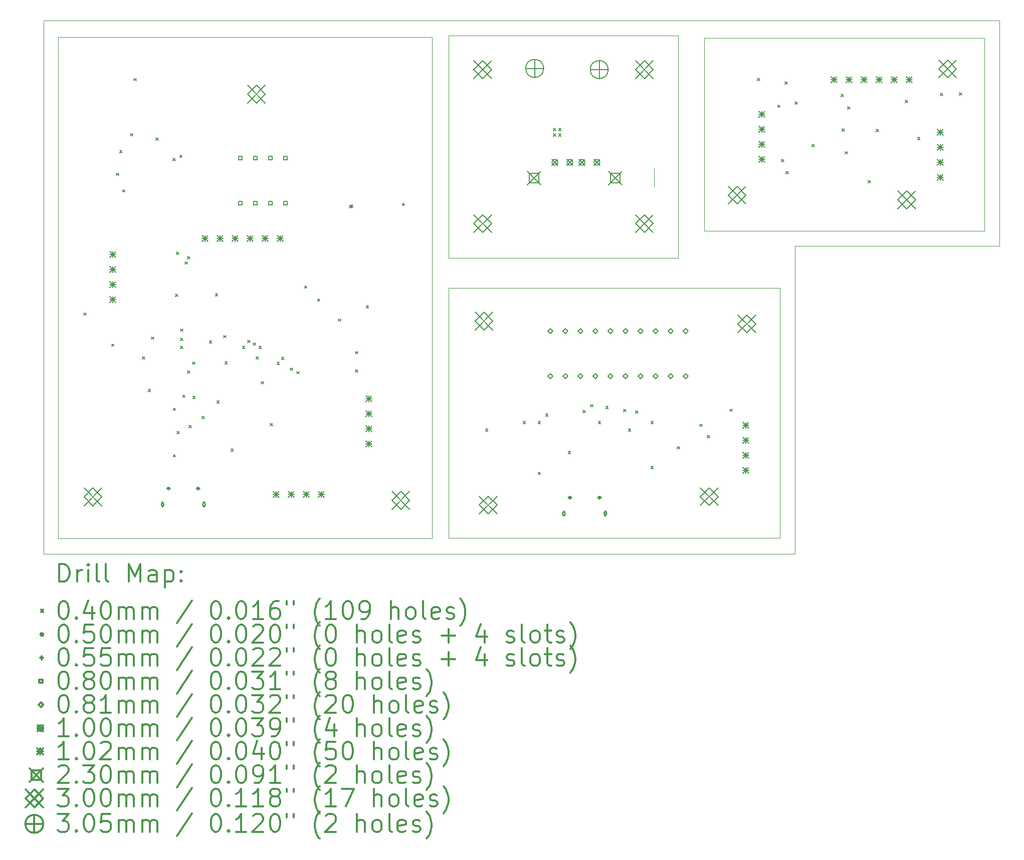
<source format=gbr>
%FSLAX45Y45*%
G04 Gerber Fmt 4.5, Leading zero omitted, Abs format (unit mm)*
G04 Created by KiCad (PCBNEW (2015-07-31 BZR 6030)-product) date Mon Sep 14 17:18:43 2015*
%MOMM*%
G01*
G04 APERTURE LIST*
%ADD10C,0.127000*%
%ADD11C,0.100000*%
%ADD12C,0.200000*%
%ADD13C,0.300000*%
G04 APERTURE END LIST*
D10*
D11*
X5664380Y-3795960D02*
X5664380Y-3821360D01*
X21813700Y-3795960D02*
X5664380Y-3795960D01*
X21813700Y-3851840D02*
X21813700Y-3795960D01*
X21813700Y-7611040D02*
X21813700Y-3851840D01*
X18359300Y-7611040D02*
X21813700Y-7611040D01*
X18359300Y-12812960D02*
X18359300Y-7611040D01*
X5664380Y-12812960D02*
X18359300Y-12812960D01*
X5664380Y-3816280D02*
X5664380Y-12812960D01*
X12502060Y-12543720D02*
X12502060Y-8317160D01*
X12669700Y-12543720D02*
X12502060Y-12543720D01*
X18100220Y-12543720D02*
X12669700Y-12543720D01*
X18100220Y-8317160D02*
X18100220Y-12543720D01*
X12507140Y-8317160D02*
X18100220Y-8317160D01*
X12507140Y-7814240D02*
X12507140Y-4055040D01*
X16383180Y-7814240D02*
X12507140Y-7814240D01*
X16383180Y-4055040D02*
X16383180Y-7814240D01*
X12507140Y-4055040D02*
X16383180Y-4055040D01*
X21559700Y-7351960D02*
X16825140Y-7351960D01*
X21559700Y-4095680D02*
X21559700Y-7351960D01*
X16825140Y-4095680D02*
X21559700Y-4095680D01*
X16825140Y-7351960D02*
X16825140Y-4095680D01*
X12227740Y-12553880D02*
X12227740Y-4080440D01*
X5913300Y-12553880D02*
X12227740Y-12553880D01*
X5913300Y-4075360D02*
X12222660Y-4075360D01*
X5913300Y-12553880D02*
X5913300Y-4075360D01*
X15979320Y-6292780D02*
X15979320Y-6610280D01*
D12*
X6344220Y-8739300D02*
X6384220Y-8779300D01*
X6384220Y-8739300D02*
X6344220Y-8779300D01*
X6811580Y-9262540D02*
X6851580Y-9302540D01*
X6851580Y-9262540D02*
X6811580Y-9302540D01*
X6892860Y-6377100D02*
X6932860Y-6417100D01*
X6932860Y-6377100D02*
X6892860Y-6417100D01*
X6948740Y-5991020D02*
X6988740Y-6031020D01*
X6988740Y-5991020D02*
X6948740Y-6031020D01*
X6999540Y-6656500D02*
X7039540Y-6696500D01*
X7039540Y-6656500D02*
X6999540Y-6696500D01*
X7131620Y-5706540D02*
X7171620Y-5746540D01*
X7171620Y-5706540D02*
X7131620Y-5746540D01*
X7187500Y-4776900D02*
X7227500Y-4816900D01*
X7227500Y-4776900D02*
X7187500Y-4816900D01*
X7334820Y-9480980D02*
X7374820Y-9520980D01*
X7374820Y-9480980D02*
X7334820Y-9520980D01*
X7431340Y-10028020D02*
X7471340Y-10068020D01*
X7471340Y-10028020D02*
X7431340Y-10068020D01*
X7483340Y-9145520D02*
X7523340Y-9185520D01*
X7523340Y-9145520D02*
X7483340Y-9185520D01*
X7564620Y-5782560D02*
X7604620Y-5822560D01*
X7604620Y-5782560D02*
X7564620Y-5822560D01*
X7847900Y-6128180D02*
X7887900Y-6168180D01*
X7887900Y-6128180D02*
X7847900Y-6168180D01*
X7852980Y-11135300D02*
X7892980Y-11175300D01*
X7892980Y-11135300D02*
X7852980Y-11175300D01*
X7854260Y-10347900D02*
X7894260Y-10387900D01*
X7894260Y-10347900D02*
X7854260Y-10387900D01*
X7889740Y-8424160D02*
X7929740Y-8464160D01*
X7929740Y-8424160D02*
X7889740Y-8464160D01*
X7908860Y-7708060D02*
X7948860Y-7748060D01*
X7948860Y-7708060D02*
X7908860Y-7748060D01*
X7919020Y-10739220D02*
X7959020Y-10779220D01*
X7959020Y-10739220D02*
X7919020Y-10779220D01*
X7964740Y-6072300D02*
X8004740Y-6112300D01*
X8004740Y-6072300D02*
X7964740Y-6112300D01*
X7974900Y-9008540D02*
X8014900Y-9048540D01*
X8014900Y-9008540D02*
X7974900Y-9048540D01*
X7976100Y-9165840D02*
X8016100Y-9205840D01*
X8016100Y-9165840D02*
X7976100Y-9205840D01*
X7976100Y-9303000D02*
X8016100Y-9343000D01*
X8016100Y-9303000D02*
X7976100Y-9343000D01*
X8014260Y-10127900D02*
X8054260Y-10167900D01*
X8054260Y-10127900D02*
X8014260Y-10167900D01*
X8051100Y-7875700D02*
X8091100Y-7915700D01*
X8091100Y-7875700D02*
X8051100Y-7915700D01*
X8092940Y-9719560D02*
X8132940Y-9759560D01*
X8132940Y-9719560D02*
X8092940Y-9759560D01*
X8096820Y-7784260D02*
X8136820Y-7824260D01*
X8136820Y-7784260D02*
X8096820Y-7824260D01*
X8122220Y-10639220D02*
X8162220Y-10679220D01*
X8162220Y-10639220D02*
X8122220Y-10679220D01*
X8178100Y-9567340D02*
X8218100Y-9607340D01*
X8218100Y-9567340D02*
X8178100Y-9607340D01*
X8183180Y-10147660D02*
X8223180Y-10187660D01*
X8223180Y-10147660D02*
X8183180Y-10187660D01*
X8341860Y-10486640D02*
X8381860Y-10526640D01*
X8381860Y-10486640D02*
X8341860Y-10526640D01*
X8462580Y-9206660D02*
X8502580Y-9246660D01*
X8502580Y-9206660D02*
X8462580Y-9246660D01*
X8564180Y-8414180D02*
X8604180Y-8454180D01*
X8604180Y-8414180D02*
X8564180Y-8454180D01*
X8590780Y-10222480D02*
X8630780Y-10262480D01*
X8630780Y-10222480D02*
X8590780Y-10262480D01*
X8702540Y-9120120D02*
X8742540Y-9160120D01*
X8742540Y-9120120D02*
X8702540Y-9160120D01*
X8726740Y-9562260D02*
X8766740Y-9602260D01*
X8766740Y-9562260D02*
X8726740Y-9602260D01*
X8828340Y-11035460D02*
X8868340Y-11075460D01*
X8868340Y-11035460D02*
X8828340Y-11075460D01*
X9021380Y-9303180D02*
X9061380Y-9343180D01*
X9061380Y-9303180D02*
X9021380Y-9343180D01*
X9112820Y-9201580D02*
X9152820Y-9241580D01*
X9152820Y-9201580D02*
X9112820Y-9241580D01*
X9205460Y-9247120D02*
X9245460Y-9287120D01*
X9245460Y-9247120D02*
X9205460Y-9287120D01*
X9256260Y-9480800D02*
X9296260Y-9520800D01*
X9296260Y-9480800D02*
X9256260Y-9520800D01*
X9300780Y-9303180D02*
X9340780Y-9343180D01*
X9340780Y-9303180D02*
X9300780Y-9343180D01*
X9341420Y-9897540D02*
X9381420Y-9937540D01*
X9381420Y-9897540D02*
X9341420Y-9937540D01*
X9493820Y-10603660D02*
X9533820Y-10643660D01*
X9533820Y-10603660D02*
X9493820Y-10643660D01*
X9606780Y-9572240D02*
X9646780Y-9612240D01*
X9646780Y-9572240D02*
X9606780Y-9612240D01*
X9682980Y-9490960D02*
X9722980Y-9530960D01*
X9722980Y-9490960D02*
X9682980Y-9530960D01*
X9829100Y-9668940D02*
X9869100Y-9708940D01*
X9869100Y-9668940D02*
X9829100Y-9708940D01*
X9942060Y-9729720D02*
X9982060Y-9769720D01*
X9982060Y-9729720D02*
X9942060Y-9769720D01*
X10072940Y-8282100D02*
X10112940Y-8322100D01*
X10112940Y-8282100D02*
X10072940Y-8322100D01*
X10291380Y-8500540D02*
X10331380Y-8540540D01*
X10331380Y-8500540D02*
X10291380Y-8540540D01*
X10641900Y-8840900D02*
X10681900Y-8880900D01*
X10681900Y-8840900D02*
X10641900Y-8880900D01*
X10824780Y-6920660D02*
X10864780Y-6960660D01*
X10864780Y-6920660D02*
X10824780Y-6960660D01*
X10850180Y-6912500D02*
X10890180Y-6952500D01*
X10890180Y-6912500D02*
X10850180Y-6952500D01*
X10931460Y-9389540D02*
X10971460Y-9429540D01*
X10971460Y-9389540D02*
X10931460Y-9429540D01*
X10932660Y-9699240D02*
X10972660Y-9739240D01*
X10972660Y-9699240D02*
X10932660Y-9739240D01*
X11114340Y-8617380D02*
X11154340Y-8657380D01*
X11154340Y-8617380D02*
X11114340Y-8657380D01*
X11723940Y-6885100D02*
X11763940Y-6925100D01*
X11763940Y-6885100D02*
X11723940Y-6925100D01*
X13128560Y-10697640D02*
X13168560Y-10737640D01*
X13168560Y-10697640D02*
X13128560Y-10737640D01*
X13763560Y-10570640D02*
X13803560Y-10610640D01*
X13803560Y-10570640D02*
X13763560Y-10610640D01*
X14017560Y-10570640D02*
X14057560Y-10610640D01*
X14057560Y-10570640D02*
X14017560Y-10610640D01*
X14017560Y-11430072D02*
X14057560Y-11470072D01*
X14057560Y-11430072D02*
X14017560Y-11470072D01*
X14144560Y-10443640D02*
X14184560Y-10483640D01*
X14184560Y-10443640D02*
X14144560Y-10483640D01*
X14274680Y-5620540D02*
X14314680Y-5660540D01*
X14314680Y-5620540D02*
X14274680Y-5660540D01*
X14274680Y-5710540D02*
X14314680Y-5750540D01*
X14314680Y-5710540D02*
X14274680Y-5750540D01*
X14364680Y-5620540D02*
X14404680Y-5660540D01*
X14404680Y-5620540D02*
X14364680Y-5660540D01*
X14364680Y-5710540D02*
X14404680Y-5750540D01*
X14404680Y-5710540D02*
X14364680Y-5750540D01*
X14525560Y-11078640D02*
X14565560Y-11118640D01*
X14565560Y-11078640D02*
X14525560Y-11118640D01*
X14778220Y-10385040D02*
X14818220Y-10425040D01*
X14818220Y-10385040D02*
X14778220Y-10425040D01*
X14905220Y-10288520D02*
X14945220Y-10328520D01*
X14945220Y-10288520D02*
X14905220Y-10328520D01*
X15033560Y-10570640D02*
X15073560Y-10610640D01*
X15073560Y-10570640D02*
X15033560Y-10610640D01*
X15160560Y-10316640D02*
X15200560Y-10356640D01*
X15200560Y-10316640D02*
X15160560Y-10356640D01*
X15464020Y-10369800D02*
X15504020Y-10409800D01*
X15504020Y-10369800D02*
X15464020Y-10409800D01*
X15541560Y-10697640D02*
X15581560Y-10737640D01*
X15581560Y-10697640D02*
X15541560Y-10737640D01*
X15664680Y-10392660D02*
X15704680Y-10432660D01*
X15704680Y-10392660D02*
X15664680Y-10432660D01*
X15922560Y-10570640D02*
X15962560Y-10610640D01*
X15962560Y-10570640D02*
X15922560Y-10610640D01*
X15922560Y-11332640D02*
X15962560Y-11372640D01*
X15962560Y-11332640D02*
X15922560Y-11372640D01*
X16367060Y-10999900D02*
X16407060Y-11039900D01*
X16407060Y-10999900D02*
X16367060Y-11039900D01*
X16748060Y-10618900D02*
X16788060Y-10658900D01*
X16788060Y-10618900D02*
X16748060Y-10658900D01*
X16875060Y-10809220D02*
X16915060Y-10849220D01*
X16915060Y-10809220D02*
X16875060Y-10849220D01*
X17256060Y-10364900D02*
X17296060Y-10404900D01*
X17296060Y-10364900D02*
X17256060Y-10404900D01*
X17719540Y-4771640D02*
X17759540Y-4811640D01*
X17759540Y-4771640D02*
X17719540Y-4811640D01*
X18065160Y-5224960D02*
X18105160Y-5264960D01*
X18105160Y-5224960D02*
X18065160Y-5264960D01*
X18065160Y-5224960D02*
X18105160Y-5264960D01*
X18105160Y-5224960D02*
X18065160Y-5264960D01*
X18131200Y-6144440D02*
X18171200Y-6184440D01*
X18171200Y-6144440D02*
X18131200Y-6184440D01*
X18131200Y-6144440D02*
X18171200Y-6184440D01*
X18171200Y-6144440D02*
X18131200Y-6184440D01*
X18186900Y-4832600D02*
X18226900Y-4872600D01*
X18226900Y-4832600D02*
X18186900Y-4872600D01*
X18207400Y-6347640D02*
X18247400Y-6387640D01*
X18247400Y-6347640D02*
X18207400Y-6387640D01*
X18207400Y-6347640D02*
X18247400Y-6387640D01*
X18247400Y-6347640D02*
X18207400Y-6387640D01*
X18359620Y-5172960D02*
X18399620Y-5212960D01*
X18399620Y-5172960D02*
X18359620Y-5212960D01*
X18644280Y-5890440D02*
X18684280Y-5930440D01*
X18684280Y-5890440D02*
X18644280Y-5930440D01*
X18644280Y-5890440D02*
X18684280Y-5930440D01*
X18684280Y-5890440D02*
X18644280Y-5930440D01*
X19137040Y-5042080D02*
X19177040Y-5082080D01*
X19177040Y-5042080D02*
X19137040Y-5082080D01*
X19137040Y-5042080D02*
X19177040Y-5082080D01*
X19177040Y-5042080D02*
X19137040Y-5082080D01*
X19152280Y-5626280D02*
X19192280Y-5666280D01*
X19192280Y-5626280D02*
X19152280Y-5666280D01*
X19152280Y-5626280D02*
X19192280Y-5666280D01*
X19192280Y-5626280D02*
X19152280Y-5666280D01*
X19203080Y-6012360D02*
X19243080Y-6052360D01*
X19243080Y-6012360D02*
X19203080Y-6052360D01*
X19203080Y-6012360D02*
X19243080Y-6052360D01*
X19243080Y-6012360D02*
X19203080Y-6052360D01*
X19248800Y-5255440D02*
X19288800Y-5295440D01*
X19288800Y-5255440D02*
X19248800Y-5295440D01*
X19248800Y-5255440D02*
X19288800Y-5295440D01*
X19288800Y-5255440D02*
X19248800Y-5295440D01*
X19594240Y-6500040D02*
X19634240Y-6540040D01*
X19634240Y-6500040D02*
X19594240Y-6540040D01*
X19594240Y-6500040D02*
X19634240Y-6540040D01*
X19634240Y-6500040D02*
X19594240Y-6540040D01*
X19731400Y-5636440D02*
X19771400Y-5676440D01*
X19771400Y-5636440D02*
X19731400Y-5676440D01*
X19731400Y-5636440D02*
X19771400Y-5676440D01*
X19771400Y-5636440D02*
X19731400Y-5676440D01*
X20219080Y-5143680D02*
X20259080Y-5183680D01*
X20259080Y-5143680D02*
X20219080Y-5183680D01*
X20219080Y-5143680D02*
X20259080Y-5183680D01*
X20259080Y-5143680D02*
X20219080Y-5183680D01*
X20427360Y-5773600D02*
X20467360Y-5813600D01*
X20467360Y-5773600D02*
X20427360Y-5813600D01*
X20427360Y-5773600D02*
X20467360Y-5813600D01*
X20467360Y-5773600D02*
X20427360Y-5813600D01*
X20813440Y-5026840D02*
X20853440Y-5066840D01*
X20853440Y-5026840D02*
X20813440Y-5066840D01*
X20813440Y-5026840D02*
X20853440Y-5066840D01*
X20853440Y-5026840D02*
X20813440Y-5066840D01*
X21133480Y-5016680D02*
X21173480Y-5056680D01*
X21173480Y-5016680D02*
X21133480Y-5056680D01*
X21133480Y-5016680D02*
X21173480Y-5056680D01*
X21173480Y-5016680D02*
X21133480Y-5056680D01*
X7698300Y-11975700D02*
G75*
G03X7698300Y-11975700I-25000J0D01*
G01*
X7688300Y-12008200D02*
X7688300Y-11943200D01*
X7658300Y-12008200D02*
X7658300Y-11943200D01*
X7688300Y-11943200D02*
G75*
G03X7658300Y-11943200I-15000J0D01*
G01*
X7658300Y-12008200D02*
G75*
G03X7688300Y-12008200I15000J0D01*
G01*
X8398300Y-11975700D02*
G75*
G03X8398300Y-11975700I-25000J0D01*
G01*
X8388300Y-12008200D02*
X8388300Y-11943200D01*
X8358300Y-12008200D02*
X8358300Y-11943200D01*
X8388300Y-11943200D02*
G75*
G03X8358300Y-11943200I-15000J0D01*
G01*
X8358300Y-12008200D02*
G75*
G03X8388300Y-12008200I15000J0D01*
G01*
X14477560Y-12130640D02*
G75*
G03X14477560Y-12130640I-25000J0D01*
G01*
X14467560Y-12163140D02*
X14467560Y-12098140D01*
X14437560Y-12163140D02*
X14437560Y-12098140D01*
X14467560Y-12098140D02*
G75*
G03X14437560Y-12098140I-15000J0D01*
G01*
X14437560Y-12163140D02*
G75*
G03X14467560Y-12163140I15000J0D01*
G01*
X15177560Y-12130640D02*
G75*
G03X15177560Y-12130640I-25000J0D01*
G01*
X15167560Y-12163140D02*
X15167560Y-12098140D01*
X15137560Y-12163140D02*
X15137560Y-12098140D01*
X15167560Y-12098140D02*
G75*
G03X15137560Y-12098140I-15000J0D01*
G01*
X15137560Y-12163140D02*
G75*
G03X15167560Y-12163140I15000J0D01*
G01*
X7773300Y-11678200D02*
X7773300Y-11733200D01*
X7745800Y-11705700D02*
X7800800Y-11705700D01*
X7758300Y-11723200D02*
X7788300Y-11723200D01*
X7758300Y-11688200D02*
X7788300Y-11688200D01*
X7788300Y-11723200D02*
G75*
G03X7788300Y-11688200I0J17500D01*
G01*
X7758300Y-11688200D02*
G75*
G03X7758300Y-11723200I0J-17500D01*
G01*
X8273300Y-11678200D02*
X8273300Y-11733200D01*
X8245800Y-11705700D02*
X8300800Y-11705700D01*
X8258300Y-11723200D02*
X8288300Y-11723200D01*
X8258300Y-11688200D02*
X8288300Y-11688200D01*
X8288300Y-11723200D02*
G75*
G03X8288300Y-11688200I0J17500D01*
G01*
X8258300Y-11688200D02*
G75*
G03X8258300Y-11723200I0J-17500D01*
G01*
X14552560Y-11833140D02*
X14552560Y-11888140D01*
X14525060Y-11860640D02*
X14580060Y-11860640D01*
X14537560Y-11878140D02*
X14567560Y-11878140D01*
X14537560Y-11843140D02*
X14567560Y-11843140D01*
X14567560Y-11878140D02*
G75*
G03X14567560Y-11843140I0J17500D01*
G01*
X14537560Y-11843140D02*
G75*
G03X14537560Y-11878140I0J-17500D01*
G01*
X15052560Y-11833140D02*
X15052560Y-11888140D01*
X15025060Y-11860640D02*
X15080060Y-11860640D01*
X15037560Y-11878140D02*
X15067560Y-11878140D01*
X15037560Y-11843140D02*
X15067560Y-11843140D01*
X15067560Y-11878140D02*
G75*
G03X15067560Y-11843140I0J17500D01*
G01*
X15037560Y-11843140D02*
G75*
G03X15037560Y-11878140I0J-17500D01*
G01*
X9013785Y-6152064D02*
X9013785Y-6095495D01*
X8957216Y-6095495D01*
X8957216Y-6152064D01*
X9013785Y-6152064D01*
X9013785Y-6912064D02*
X9013785Y-6855495D01*
X8957216Y-6855495D01*
X8957216Y-6912064D01*
X9013785Y-6912064D01*
X9267785Y-6152064D02*
X9267785Y-6095495D01*
X9211216Y-6095495D01*
X9211216Y-6152064D01*
X9267785Y-6152064D01*
X9267785Y-6912064D02*
X9267785Y-6855495D01*
X9211216Y-6855495D01*
X9211216Y-6912064D01*
X9267785Y-6912064D01*
X9521785Y-6152064D02*
X9521785Y-6095495D01*
X9465216Y-6095495D01*
X9465216Y-6152064D01*
X9521785Y-6152064D01*
X9521785Y-6912064D02*
X9521785Y-6855495D01*
X9465216Y-6855495D01*
X9465216Y-6912064D01*
X9521785Y-6912064D01*
X9775785Y-6152064D02*
X9775785Y-6095495D01*
X9719216Y-6095495D01*
X9719216Y-6152064D01*
X9775785Y-6152064D01*
X9775785Y-6912064D02*
X9775785Y-6855495D01*
X9719216Y-6855495D01*
X9719216Y-6912064D01*
X9775785Y-6912064D01*
X14225520Y-9086960D02*
X14266160Y-9046320D01*
X14225520Y-9005680D01*
X14184880Y-9046320D01*
X14225520Y-9086960D01*
X14225520Y-9848960D02*
X14266160Y-9808320D01*
X14225520Y-9767680D01*
X14184880Y-9808320D01*
X14225520Y-9848960D01*
X14479520Y-9086960D02*
X14520160Y-9046320D01*
X14479520Y-9005680D01*
X14438880Y-9046320D01*
X14479520Y-9086960D01*
X14479520Y-9848960D02*
X14520160Y-9808320D01*
X14479520Y-9767680D01*
X14438880Y-9808320D01*
X14479520Y-9848960D01*
X14733520Y-9086960D02*
X14774160Y-9046320D01*
X14733520Y-9005680D01*
X14692880Y-9046320D01*
X14733520Y-9086960D01*
X14733520Y-9848960D02*
X14774160Y-9808320D01*
X14733520Y-9767680D01*
X14692880Y-9808320D01*
X14733520Y-9848960D01*
X14987520Y-9086960D02*
X15028160Y-9046320D01*
X14987520Y-9005680D01*
X14946880Y-9046320D01*
X14987520Y-9086960D01*
X14987520Y-9848960D02*
X15028160Y-9808320D01*
X14987520Y-9767680D01*
X14946880Y-9808320D01*
X14987520Y-9848960D01*
X15241520Y-9086960D02*
X15282160Y-9046320D01*
X15241520Y-9005680D01*
X15200880Y-9046320D01*
X15241520Y-9086960D01*
X15241520Y-9848960D02*
X15282160Y-9808320D01*
X15241520Y-9767680D01*
X15200880Y-9808320D01*
X15241520Y-9848960D01*
X15495520Y-9086960D02*
X15536160Y-9046320D01*
X15495520Y-9005680D01*
X15454880Y-9046320D01*
X15495520Y-9086960D01*
X15495520Y-9848960D02*
X15536160Y-9808320D01*
X15495520Y-9767680D01*
X15454880Y-9808320D01*
X15495520Y-9848960D01*
X15749520Y-9086960D02*
X15790160Y-9046320D01*
X15749520Y-9005680D01*
X15708880Y-9046320D01*
X15749520Y-9086960D01*
X15749520Y-9848960D02*
X15790160Y-9808320D01*
X15749520Y-9767680D01*
X15708880Y-9808320D01*
X15749520Y-9848960D01*
X16003520Y-9086960D02*
X16044160Y-9046320D01*
X16003520Y-9005680D01*
X15962880Y-9046320D01*
X16003520Y-9086960D01*
X16003520Y-9848960D02*
X16044160Y-9808320D01*
X16003520Y-9767680D01*
X15962880Y-9808320D01*
X16003520Y-9848960D01*
X16257520Y-9086960D02*
X16298160Y-9046320D01*
X16257520Y-9005680D01*
X16216880Y-9046320D01*
X16257520Y-9086960D01*
X16257520Y-9848960D02*
X16298160Y-9808320D01*
X16257520Y-9767680D01*
X16216880Y-9808320D01*
X16257520Y-9848960D01*
X16511520Y-9086960D02*
X16552160Y-9046320D01*
X16511520Y-9005680D01*
X16470880Y-9046320D01*
X16511520Y-9086960D01*
X16511520Y-9848960D02*
X16552160Y-9808320D01*
X16511520Y-9767680D01*
X16470880Y-9808320D01*
X16511520Y-9848960D01*
X14251542Y-6143502D02*
X14351618Y-6243578D01*
X14351618Y-6143502D02*
X14251542Y-6243578D01*
X14351618Y-6193540D02*
G75*
G03X14351618Y-6193540I-50038J0D01*
G01*
X14505542Y-6143502D02*
X14605618Y-6243578D01*
X14605618Y-6143502D02*
X14505542Y-6243578D01*
X14605618Y-6193540D02*
G75*
G03X14605618Y-6193540I-50038J0D01*
G01*
X14708742Y-6143502D02*
X14808818Y-6243578D01*
X14808818Y-6143502D02*
X14708742Y-6243578D01*
X14808818Y-6193540D02*
G75*
G03X14808818Y-6193540I-50038J0D01*
G01*
X14962742Y-6143502D02*
X15062818Y-6243578D01*
X15062818Y-6143502D02*
X14962742Y-6243578D01*
X15062818Y-6193540D02*
G75*
G03X15062818Y-6193540I-50038J0D01*
G01*
X6785860Y-7702660D02*
X6887460Y-7804260D01*
X6887460Y-7702660D02*
X6785860Y-7804260D01*
X6836660Y-7702660D02*
X6836660Y-7804260D01*
X6785860Y-7753460D02*
X6887460Y-7753460D01*
X6785860Y-7956660D02*
X6887460Y-8058260D01*
X6887460Y-7956660D02*
X6785860Y-8058260D01*
X6836660Y-7956660D02*
X6836660Y-8058260D01*
X6785860Y-8007460D02*
X6887460Y-8007460D01*
X6785860Y-8210660D02*
X6887460Y-8312260D01*
X6887460Y-8210660D02*
X6785860Y-8312260D01*
X6836660Y-8210660D02*
X6836660Y-8312260D01*
X6785860Y-8261460D02*
X6887460Y-8261460D01*
X6785860Y-8464660D02*
X6887460Y-8566260D01*
X6887460Y-8464660D02*
X6785860Y-8566260D01*
X6836660Y-8464660D02*
X6836660Y-8566260D01*
X6785860Y-8515460D02*
X6887460Y-8515460D01*
X8340340Y-7433420D02*
X8441940Y-7535020D01*
X8441940Y-7433420D02*
X8340340Y-7535020D01*
X8391140Y-7433420D02*
X8391140Y-7535020D01*
X8340340Y-7484220D02*
X8441940Y-7484220D01*
X8594340Y-7433420D02*
X8695940Y-7535020D01*
X8695940Y-7433420D02*
X8594340Y-7535020D01*
X8645140Y-7433420D02*
X8645140Y-7535020D01*
X8594340Y-7484220D02*
X8695940Y-7484220D01*
X8848340Y-7433420D02*
X8949940Y-7535020D01*
X8949940Y-7433420D02*
X8848340Y-7535020D01*
X8899140Y-7433420D02*
X8899140Y-7535020D01*
X8848340Y-7484220D02*
X8949940Y-7484220D01*
X9102340Y-7433420D02*
X9203940Y-7535020D01*
X9203940Y-7433420D02*
X9102340Y-7535020D01*
X9153140Y-7433420D02*
X9153140Y-7535020D01*
X9102340Y-7484220D02*
X9203940Y-7484220D01*
X9356340Y-7433420D02*
X9457940Y-7535020D01*
X9457940Y-7433420D02*
X9356340Y-7535020D01*
X9407140Y-7433420D02*
X9407140Y-7535020D01*
X9356340Y-7484220D02*
X9457940Y-7484220D01*
X9544300Y-11756500D02*
X9645900Y-11858100D01*
X9645900Y-11756500D02*
X9544300Y-11858100D01*
X9595100Y-11756500D02*
X9595100Y-11858100D01*
X9544300Y-11807300D02*
X9645900Y-11807300D01*
X9610340Y-7433420D02*
X9711940Y-7535020D01*
X9711940Y-7433420D02*
X9610340Y-7535020D01*
X9661140Y-7433420D02*
X9661140Y-7535020D01*
X9610340Y-7484220D02*
X9711940Y-7484220D01*
X9798300Y-11756500D02*
X9899900Y-11858100D01*
X9899900Y-11756500D02*
X9798300Y-11858100D01*
X9849100Y-11756500D02*
X9849100Y-11858100D01*
X9798300Y-11807300D02*
X9899900Y-11807300D01*
X10052300Y-11756500D02*
X10153900Y-11858100D01*
X10153900Y-11756500D02*
X10052300Y-11858100D01*
X10103100Y-11756500D02*
X10103100Y-11858100D01*
X10052300Y-11807300D02*
X10153900Y-11807300D01*
X10306300Y-11756500D02*
X10407900Y-11858100D01*
X10407900Y-11756500D02*
X10306300Y-11858100D01*
X10357100Y-11756500D02*
X10357100Y-11858100D01*
X10306300Y-11807300D02*
X10407900Y-11807300D01*
X11108940Y-10135980D02*
X11210540Y-10237580D01*
X11210540Y-10135980D02*
X11108940Y-10237580D01*
X11159740Y-10135980D02*
X11159740Y-10237580D01*
X11108940Y-10186780D02*
X11210540Y-10186780D01*
X11108940Y-10389980D02*
X11210540Y-10491580D01*
X11210540Y-10389980D02*
X11108940Y-10491580D01*
X11159740Y-10389980D02*
X11159740Y-10491580D01*
X11108940Y-10440780D02*
X11210540Y-10440780D01*
X11108940Y-10643980D02*
X11210540Y-10745580D01*
X11210540Y-10643980D02*
X11108940Y-10745580D01*
X11159740Y-10643980D02*
X11159740Y-10745580D01*
X11108940Y-10694780D02*
X11210540Y-10694780D01*
X11108940Y-10897980D02*
X11210540Y-10999580D01*
X11210540Y-10897980D02*
X11108940Y-10999580D01*
X11159740Y-10897980D02*
X11159740Y-10999580D01*
X11108940Y-10948780D02*
X11210540Y-10948780D01*
X17479260Y-10588100D02*
X17580860Y-10689700D01*
X17580860Y-10588100D02*
X17479260Y-10689700D01*
X17530060Y-10588100D02*
X17530060Y-10689700D01*
X17479260Y-10638900D02*
X17580860Y-10638900D01*
X17479260Y-10842100D02*
X17580860Y-10943700D01*
X17580860Y-10842100D02*
X17479260Y-10943700D01*
X17530060Y-10842100D02*
X17530060Y-10943700D01*
X17479260Y-10892900D02*
X17580860Y-10892900D01*
X17479260Y-11096100D02*
X17580860Y-11197700D01*
X17580860Y-11096100D02*
X17479260Y-11197700D01*
X17530060Y-11096100D02*
X17530060Y-11197700D01*
X17479260Y-11146900D02*
X17580860Y-11146900D01*
X17479260Y-11350100D02*
X17580860Y-11451700D01*
X17580860Y-11350100D02*
X17479260Y-11451700D01*
X17530060Y-11350100D02*
X17530060Y-11451700D01*
X17479260Y-11400900D02*
X17580860Y-11400900D01*
X17749880Y-5326240D02*
X17851480Y-5427840D01*
X17851480Y-5326240D02*
X17749880Y-5427840D01*
X17800680Y-5326240D02*
X17800680Y-5427840D01*
X17749880Y-5377040D02*
X17851480Y-5377040D01*
X17749880Y-5326240D02*
X17851480Y-5427840D01*
X17851480Y-5326240D02*
X17749880Y-5427840D01*
X17800680Y-5326240D02*
X17800680Y-5427840D01*
X17749880Y-5377040D02*
X17851480Y-5377040D01*
X17749880Y-5580240D02*
X17851480Y-5681840D01*
X17851480Y-5580240D02*
X17749880Y-5681840D01*
X17800680Y-5580240D02*
X17800680Y-5681840D01*
X17749880Y-5631040D02*
X17851480Y-5631040D01*
X17749880Y-5580240D02*
X17851480Y-5681840D01*
X17851480Y-5580240D02*
X17749880Y-5681840D01*
X17800680Y-5580240D02*
X17800680Y-5681840D01*
X17749880Y-5631040D02*
X17851480Y-5631040D01*
X17749880Y-5834240D02*
X17851480Y-5935840D01*
X17851480Y-5834240D02*
X17749880Y-5935840D01*
X17800680Y-5834240D02*
X17800680Y-5935840D01*
X17749880Y-5885040D02*
X17851480Y-5885040D01*
X17749880Y-5834240D02*
X17851480Y-5935840D01*
X17851480Y-5834240D02*
X17749880Y-5935840D01*
X17800680Y-5834240D02*
X17800680Y-5935840D01*
X17749880Y-5885040D02*
X17851480Y-5885040D01*
X17749880Y-6088240D02*
X17851480Y-6189840D01*
X17851480Y-6088240D02*
X17749880Y-6189840D01*
X17800680Y-6088240D02*
X17800680Y-6189840D01*
X17749880Y-6139040D02*
X17851480Y-6139040D01*
X17749880Y-6088240D02*
X17851480Y-6189840D01*
X17851480Y-6088240D02*
X17749880Y-6189840D01*
X17800680Y-6088240D02*
X17800680Y-6189840D01*
X17749880Y-6139040D02*
X17851480Y-6139040D01*
X18969080Y-4742040D02*
X19070680Y-4843640D01*
X19070680Y-4742040D02*
X18969080Y-4843640D01*
X19019880Y-4742040D02*
X19019880Y-4843640D01*
X18969080Y-4792840D02*
X19070680Y-4792840D01*
X18969080Y-4742040D02*
X19070680Y-4843640D01*
X19070680Y-4742040D02*
X18969080Y-4843640D01*
X19019880Y-4742040D02*
X19019880Y-4843640D01*
X18969080Y-4792840D02*
X19070680Y-4792840D01*
X19223080Y-4742040D02*
X19324680Y-4843640D01*
X19324680Y-4742040D02*
X19223080Y-4843640D01*
X19273880Y-4742040D02*
X19273880Y-4843640D01*
X19223080Y-4792840D02*
X19324680Y-4792840D01*
X19223080Y-4742040D02*
X19324680Y-4843640D01*
X19324680Y-4742040D02*
X19223080Y-4843640D01*
X19273880Y-4742040D02*
X19273880Y-4843640D01*
X19223080Y-4792840D02*
X19324680Y-4792840D01*
X19477080Y-4742040D02*
X19578680Y-4843640D01*
X19578680Y-4742040D02*
X19477080Y-4843640D01*
X19527880Y-4742040D02*
X19527880Y-4843640D01*
X19477080Y-4792840D02*
X19578680Y-4792840D01*
X19477080Y-4742040D02*
X19578680Y-4843640D01*
X19578680Y-4742040D02*
X19477080Y-4843640D01*
X19527880Y-4742040D02*
X19527880Y-4843640D01*
X19477080Y-4792840D02*
X19578680Y-4792840D01*
X19731080Y-4742040D02*
X19832680Y-4843640D01*
X19832680Y-4742040D02*
X19731080Y-4843640D01*
X19781880Y-4742040D02*
X19781880Y-4843640D01*
X19731080Y-4792840D02*
X19832680Y-4792840D01*
X19731080Y-4742040D02*
X19832680Y-4843640D01*
X19832680Y-4742040D02*
X19731080Y-4843640D01*
X19781880Y-4742040D02*
X19781880Y-4843640D01*
X19731080Y-4792840D02*
X19832680Y-4792840D01*
X19985080Y-4742040D02*
X20086680Y-4843640D01*
X20086680Y-4742040D02*
X19985080Y-4843640D01*
X20035880Y-4742040D02*
X20035880Y-4843640D01*
X19985080Y-4792840D02*
X20086680Y-4792840D01*
X19985080Y-4742040D02*
X20086680Y-4843640D01*
X20086680Y-4742040D02*
X19985080Y-4843640D01*
X20035880Y-4742040D02*
X20035880Y-4843640D01*
X19985080Y-4792840D02*
X20086680Y-4792840D01*
X20239080Y-4742040D02*
X20340680Y-4843640D01*
X20340680Y-4742040D02*
X20239080Y-4843640D01*
X20289880Y-4742040D02*
X20289880Y-4843640D01*
X20239080Y-4792840D02*
X20340680Y-4792840D01*
X20239080Y-4742040D02*
X20340680Y-4843640D01*
X20340680Y-4742040D02*
X20239080Y-4843640D01*
X20289880Y-4742040D02*
X20289880Y-4843640D01*
X20239080Y-4792840D02*
X20340680Y-4792840D01*
X20762320Y-5636120D02*
X20863920Y-5737720D01*
X20863920Y-5636120D02*
X20762320Y-5737720D01*
X20813120Y-5636120D02*
X20813120Y-5737720D01*
X20762320Y-5686920D02*
X20863920Y-5686920D01*
X20762320Y-5636120D02*
X20863920Y-5737720D01*
X20863920Y-5636120D02*
X20762320Y-5737720D01*
X20813120Y-5636120D02*
X20813120Y-5737720D01*
X20762320Y-5686920D02*
X20863920Y-5686920D01*
X20762320Y-5890120D02*
X20863920Y-5991720D01*
X20863920Y-5890120D02*
X20762320Y-5991720D01*
X20813120Y-5890120D02*
X20813120Y-5991720D01*
X20762320Y-5940920D02*
X20863920Y-5940920D01*
X20762320Y-5890120D02*
X20863920Y-5991720D01*
X20863920Y-5890120D02*
X20762320Y-5991720D01*
X20813120Y-5890120D02*
X20813120Y-5991720D01*
X20762320Y-5940920D02*
X20863920Y-5940920D01*
X20762320Y-6144120D02*
X20863920Y-6245720D01*
X20863920Y-6144120D02*
X20762320Y-6245720D01*
X20813120Y-6144120D02*
X20813120Y-6245720D01*
X20762320Y-6194920D02*
X20863920Y-6194920D01*
X20762320Y-6144120D02*
X20863920Y-6245720D01*
X20863920Y-6144120D02*
X20762320Y-6245720D01*
X20813120Y-6144120D02*
X20813120Y-6245720D01*
X20762320Y-6194920D02*
X20863920Y-6194920D01*
X20762320Y-6398120D02*
X20863920Y-6499720D01*
X20863920Y-6398120D02*
X20762320Y-6499720D01*
X20813120Y-6398120D02*
X20813120Y-6499720D01*
X20762320Y-6448920D02*
X20863920Y-6448920D01*
X20762320Y-6398120D02*
X20863920Y-6499720D01*
X20863920Y-6398120D02*
X20762320Y-6499720D01*
X20813120Y-6398120D02*
X20813120Y-6499720D01*
X20762320Y-6448920D02*
X20863920Y-6448920D01*
X13830918Y-6345178D02*
X14061042Y-6575302D01*
X14061042Y-6345178D02*
X13830918Y-6575302D01*
X14027342Y-6541602D02*
X14027342Y-6378878D01*
X13864618Y-6378878D01*
X13864618Y-6541602D01*
X14027342Y-6541602D01*
X15202518Y-6345178D02*
X15432642Y-6575302D01*
X15432642Y-6345178D02*
X15202518Y-6575302D01*
X15398942Y-6541602D02*
X15398942Y-6378878D01*
X15236218Y-6378878D01*
X15236218Y-6541602D01*
X15398942Y-6541602D01*
X6346300Y-11697940D02*
X6646300Y-11997940D01*
X6646300Y-11697940D02*
X6346300Y-11997940D01*
X6496300Y-11997940D02*
X6646300Y-11847940D01*
X6496300Y-11697940D01*
X6346300Y-11847940D01*
X6496300Y-11997940D01*
X9109820Y-4890740D02*
X9409820Y-5190740D01*
X9409820Y-4890740D02*
X9109820Y-5190740D01*
X9259820Y-5190740D02*
X9409820Y-5040740D01*
X9259820Y-4890740D01*
X9109820Y-5040740D01*
X9259820Y-5190740D01*
X11548220Y-11758900D02*
X11848220Y-12058900D01*
X11848220Y-11758900D02*
X11548220Y-12058900D01*
X11698220Y-12058900D02*
X11848220Y-11908900D01*
X11698220Y-11758900D01*
X11548220Y-11908900D01*
X11698220Y-12058900D01*
X12931180Y-4476540D02*
X13231180Y-4776540D01*
X13231180Y-4476540D02*
X12931180Y-4776540D01*
X13081180Y-4776540D02*
X13231180Y-4626540D01*
X13081180Y-4476540D01*
X12931180Y-4626540D01*
X13081180Y-4776540D01*
X12931180Y-7080040D02*
X13231180Y-7380040D01*
X13231180Y-7080040D02*
X12931180Y-7380040D01*
X13081180Y-7380040D02*
X13231180Y-7230040D01*
X13081180Y-7080040D01*
X12931180Y-7230040D01*
X13081180Y-7380040D01*
X12952840Y-8728680D02*
X13252840Y-9028680D01*
X13252840Y-8728680D02*
X12952840Y-9028680D01*
X13102840Y-9028680D02*
X13252840Y-8878680D01*
X13102840Y-8728680D01*
X12952840Y-8878680D01*
X13102840Y-9028680D01*
X13023960Y-11837640D02*
X13323960Y-12137640D01*
X13323960Y-11837640D02*
X13023960Y-12137640D01*
X13173960Y-12137640D02*
X13323960Y-11987640D01*
X13173960Y-11837640D01*
X13023960Y-11987640D01*
X13173960Y-12137640D01*
X15661680Y-4476540D02*
X15961680Y-4776540D01*
X15961680Y-4476540D02*
X15661680Y-4776540D01*
X15811680Y-4776540D02*
X15961680Y-4626540D01*
X15811680Y-4476540D01*
X15661680Y-4626540D01*
X15811680Y-4776540D01*
X15661680Y-7080040D02*
X15961680Y-7380040D01*
X15961680Y-7080040D02*
X15661680Y-7380040D01*
X15811680Y-7380040D02*
X15961680Y-7230040D01*
X15811680Y-7080040D01*
X15661680Y-7230040D01*
X15811680Y-7380040D01*
X16757760Y-11695400D02*
X17057760Y-11995400D01*
X17057760Y-11695400D02*
X16757760Y-11995400D01*
X16907760Y-11995400D02*
X17057760Y-11845400D01*
X16907760Y-11695400D01*
X16757760Y-11845400D01*
X16907760Y-11995400D01*
X17229040Y-6598640D02*
X17529040Y-6898640D01*
X17529040Y-6598640D02*
X17229040Y-6898640D01*
X17379040Y-6898640D02*
X17529040Y-6748640D01*
X17379040Y-6598640D01*
X17229040Y-6748640D01*
X17379040Y-6898640D01*
X17229040Y-6598640D02*
X17529040Y-6898640D01*
X17529040Y-6598640D02*
X17229040Y-6898640D01*
X17379040Y-6898640D02*
X17529040Y-6748640D01*
X17379040Y-6598640D01*
X17229040Y-6748640D01*
X17379040Y-6898640D01*
X17392760Y-8774400D02*
X17692760Y-9074400D01*
X17692760Y-8774400D02*
X17392760Y-9074400D01*
X17542760Y-9074400D02*
X17692760Y-8924400D01*
X17542760Y-8774400D01*
X17392760Y-8924400D01*
X17542760Y-9074400D01*
X20094160Y-6679920D02*
X20394160Y-6979920D01*
X20394160Y-6679920D02*
X20094160Y-6979920D01*
X20244160Y-6979920D02*
X20394160Y-6829920D01*
X20244160Y-6679920D01*
X20094160Y-6829920D01*
X20244160Y-6979920D01*
X20094160Y-6679920D02*
X20394160Y-6979920D01*
X20394160Y-6679920D02*
X20094160Y-6979920D01*
X20244160Y-6979920D02*
X20394160Y-6829920D01*
X20244160Y-6679920D01*
X20094160Y-6829920D01*
X20244160Y-6979920D01*
X20785040Y-4465040D02*
X21085040Y-4765040D01*
X21085040Y-4465040D02*
X20785040Y-4765040D01*
X20935040Y-4765040D02*
X21085040Y-4615040D01*
X20935040Y-4465040D01*
X20785040Y-4615040D01*
X20935040Y-4765040D01*
X20785040Y-4465040D02*
X21085040Y-4765040D01*
X21085040Y-4465040D02*
X20785040Y-4765040D01*
X20935040Y-4765040D02*
X21085040Y-4615040D01*
X20935040Y-4465040D01*
X20785040Y-4615040D01*
X20935040Y-4765040D01*
X13958680Y-4453640D02*
X13958680Y-4758440D01*
X13806280Y-4606040D02*
X14111080Y-4606040D01*
X14111080Y-4606040D02*
G75*
G03X14111080Y-4606040I-152400J0D01*
G01*
X15049680Y-4474140D02*
X15049680Y-4778940D01*
X14897280Y-4626540D02*
X15202080Y-4626540D01*
X15202080Y-4626540D02*
G75*
G03X15202080Y-4626540I-152400J0D01*
G01*
D13*
X5930808Y-13283674D02*
X5930808Y-12983674D01*
X6002237Y-12983674D01*
X6045094Y-12997960D01*
X6073666Y-13026531D01*
X6087951Y-13055103D01*
X6102237Y-13112246D01*
X6102237Y-13155103D01*
X6087951Y-13212246D01*
X6073666Y-13240817D01*
X6045094Y-13269389D01*
X6002237Y-13283674D01*
X5930808Y-13283674D01*
X6230808Y-13283674D02*
X6230808Y-13083674D01*
X6230808Y-13140817D02*
X6245094Y-13112246D01*
X6259380Y-13097960D01*
X6287951Y-13083674D01*
X6316523Y-13083674D01*
X6416523Y-13283674D02*
X6416523Y-13083674D01*
X6416523Y-12983674D02*
X6402237Y-12997960D01*
X6416523Y-13012246D01*
X6430808Y-12997960D01*
X6416523Y-12983674D01*
X6416523Y-13012246D01*
X6602237Y-13283674D02*
X6573666Y-13269389D01*
X6559380Y-13240817D01*
X6559380Y-12983674D01*
X6759380Y-13283674D02*
X6730808Y-13269389D01*
X6716523Y-13240817D01*
X6716523Y-12983674D01*
X7102237Y-13283674D02*
X7102237Y-12983674D01*
X7202237Y-13197960D01*
X7302237Y-12983674D01*
X7302237Y-13283674D01*
X7573666Y-13283674D02*
X7573666Y-13126531D01*
X7559380Y-13097960D01*
X7530808Y-13083674D01*
X7473666Y-13083674D01*
X7445094Y-13097960D01*
X7573666Y-13269389D02*
X7545094Y-13283674D01*
X7473666Y-13283674D01*
X7445094Y-13269389D01*
X7430808Y-13240817D01*
X7430808Y-13212246D01*
X7445094Y-13183674D01*
X7473666Y-13169389D01*
X7545094Y-13169389D01*
X7573666Y-13155103D01*
X7716523Y-13083674D02*
X7716523Y-13383674D01*
X7716523Y-13097960D02*
X7745094Y-13083674D01*
X7802237Y-13083674D01*
X7830808Y-13097960D01*
X7845094Y-13112246D01*
X7859380Y-13140817D01*
X7859380Y-13226531D01*
X7845094Y-13255103D01*
X7830808Y-13269389D01*
X7802237Y-13283674D01*
X7745094Y-13283674D01*
X7716523Y-13269389D01*
X7987951Y-13255103D02*
X8002237Y-13269389D01*
X7987951Y-13283674D01*
X7973666Y-13269389D01*
X7987951Y-13255103D01*
X7987951Y-13283674D01*
X7987951Y-13097960D02*
X8002237Y-13112246D01*
X7987951Y-13126531D01*
X7973666Y-13112246D01*
X7987951Y-13097960D01*
X7987951Y-13126531D01*
X5619380Y-13757960D02*
X5659380Y-13797960D01*
X5659380Y-13757960D02*
X5619380Y-13797960D01*
X5987951Y-13613674D02*
X6016523Y-13613674D01*
X6045094Y-13627960D01*
X6059380Y-13642246D01*
X6073666Y-13670817D01*
X6087951Y-13727960D01*
X6087951Y-13799389D01*
X6073666Y-13856531D01*
X6059380Y-13885103D01*
X6045094Y-13899389D01*
X6016523Y-13913674D01*
X5987951Y-13913674D01*
X5959380Y-13899389D01*
X5945094Y-13885103D01*
X5930808Y-13856531D01*
X5916523Y-13799389D01*
X5916523Y-13727960D01*
X5930808Y-13670817D01*
X5945094Y-13642246D01*
X5959380Y-13627960D01*
X5987951Y-13613674D01*
X6216523Y-13885103D02*
X6230808Y-13899389D01*
X6216523Y-13913674D01*
X6202237Y-13899389D01*
X6216523Y-13885103D01*
X6216523Y-13913674D01*
X6487951Y-13713674D02*
X6487951Y-13913674D01*
X6416523Y-13599389D02*
X6345094Y-13813674D01*
X6530808Y-13813674D01*
X6702237Y-13613674D02*
X6730808Y-13613674D01*
X6759380Y-13627960D01*
X6773666Y-13642246D01*
X6787951Y-13670817D01*
X6802237Y-13727960D01*
X6802237Y-13799389D01*
X6787951Y-13856531D01*
X6773666Y-13885103D01*
X6759380Y-13899389D01*
X6730808Y-13913674D01*
X6702237Y-13913674D01*
X6673666Y-13899389D01*
X6659380Y-13885103D01*
X6645094Y-13856531D01*
X6630808Y-13799389D01*
X6630808Y-13727960D01*
X6645094Y-13670817D01*
X6659380Y-13642246D01*
X6673666Y-13627960D01*
X6702237Y-13613674D01*
X6930808Y-13913674D02*
X6930808Y-13713674D01*
X6930808Y-13742246D02*
X6945094Y-13727960D01*
X6973666Y-13713674D01*
X7016523Y-13713674D01*
X7045094Y-13727960D01*
X7059380Y-13756531D01*
X7059380Y-13913674D01*
X7059380Y-13756531D02*
X7073666Y-13727960D01*
X7102237Y-13713674D01*
X7145094Y-13713674D01*
X7173666Y-13727960D01*
X7187951Y-13756531D01*
X7187951Y-13913674D01*
X7330808Y-13913674D02*
X7330808Y-13713674D01*
X7330808Y-13742246D02*
X7345094Y-13727960D01*
X7373666Y-13713674D01*
X7416523Y-13713674D01*
X7445094Y-13727960D01*
X7459380Y-13756531D01*
X7459380Y-13913674D01*
X7459380Y-13756531D02*
X7473666Y-13727960D01*
X7502237Y-13713674D01*
X7545094Y-13713674D01*
X7573666Y-13727960D01*
X7587951Y-13756531D01*
X7587951Y-13913674D01*
X8173666Y-13599389D02*
X7916523Y-13985103D01*
X8559380Y-13613674D02*
X8587951Y-13613674D01*
X8616523Y-13627960D01*
X8630808Y-13642246D01*
X8645094Y-13670817D01*
X8659380Y-13727960D01*
X8659380Y-13799389D01*
X8645094Y-13856531D01*
X8630808Y-13885103D01*
X8616523Y-13899389D01*
X8587951Y-13913674D01*
X8559380Y-13913674D01*
X8530808Y-13899389D01*
X8516523Y-13885103D01*
X8502237Y-13856531D01*
X8487951Y-13799389D01*
X8487951Y-13727960D01*
X8502237Y-13670817D01*
X8516523Y-13642246D01*
X8530808Y-13627960D01*
X8559380Y-13613674D01*
X8787951Y-13885103D02*
X8802237Y-13899389D01*
X8787951Y-13913674D01*
X8773666Y-13899389D01*
X8787951Y-13885103D01*
X8787951Y-13913674D01*
X8987951Y-13613674D02*
X9016523Y-13613674D01*
X9045094Y-13627960D01*
X9059380Y-13642246D01*
X9073666Y-13670817D01*
X9087951Y-13727960D01*
X9087951Y-13799389D01*
X9073666Y-13856531D01*
X9059380Y-13885103D01*
X9045094Y-13899389D01*
X9016523Y-13913674D01*
X8987951Y-13913674D01*
X8959380Y-13899389D01*
X8945094Y-13885103D01*
X8930808Y-13856531D01*
X8916523Y-13799389D01*
X8916523Y-13727960D01*
X8930808Y-13670817D01*
X8945094Y-13642246D01*
X8959380Y-13627960D01*
X8987951Y-13613674D01*
X9373666Y-13913674D02*
X9202237Y-13913674D01*
X9287951Y-13913674D02*
X9287951Y-13613674D01*
X9259380Y-13656531D01*
X9230808Y-13685103D01*
X9202237Y-13699389D01*
X9630808Y-13613674D02*
X9573666Y-13613674D01*
X9545094Y-13627960D01*
X9530808Y-13642246D01*
X9502237Y-13685103D01*
X9487951Y-13742246D01*
X9487951Y-13856531D01*
X9502237Y-13885103D01*
X9516523Y-13899389D01*
X9545094Y-13913674D01*
X9602237Y-13913674D01*
X9630808Y-13899389D01*
X9645094Y-13885103D01*
X9659380Y-13856531D01*
X9659380Y-13785103D01*
X9645094Y-13756531D01*
X9630808Y-13742246D01*
X9602237Y-13727960D01*
X9545094Y-13727960D01*
X9516523Y-13742246D01*
X9502237Y-13756531D01*
X9487951Y-13785103D01*
X9773666Y-13613674D02*
X9773666Y-13670817D01*
X9887951Y-13613674D02*
X9887951Y-13670817D01*
X10330808Y-14027960D02*
X10316523Y-14013674D01*
X10287951Y-13970817D01*
X10273666Y-13942246D01*
X10259380Y-13899389D01*
X10245094Y-13827960D01*
X10245094Y-13770817D01*
X10259380Y-13699389D01*
X10273666Y-13656531D01*
X10287951Y-13627960D01*
X10316523Y-13585103D01*
X10330808Y-13570817D01*
X10602237Y-13913674D02*
X10430808Y-13913674D01*
X10516523Y-13913674D02*
X10516523Y-13613674D01*
X10487951Y-13656531D01*
X10459380Y-13685103D01*
X10430808Y-13699389D01*
X10787951Y-13613674D02*
X10816523Y-13613674D01*
X10845094Y-13627960D01*
X10859380Y-13642246D01*
X10873666Y-13670817D01*
X10887951Y-13727960D01*
X10887951Y-13799389D01*
X10873666Y-13856531D01*
X10859380Y-13885103D01*
X10845094Y-13899389D01*
X10816523Y-13913674D01*
X10787951Y-13913674D01*
X10759380Y-13899389D01*
X10745094Y-13885103D01*
X10730808Y-13856531D01*
X10716523Y-13799389D01*
X10716523Y-13727960D01*
X10730808Y-13670817D01*
X10745094Y-13642246D01*
X10759380Y-13627960D01*
X10787951Y-13613674D01*
X11030808Y-13913674D02*
X11087951Y-13913674D01*
X11116523Y-13899389D01*
X11130808Y-13885103D01*
X11159380Y-13842246D01*
X11173666Y-13785103D01*
X11173666Y-13670817D01*
X11159380Y-13642246D01*
X11145094Y-13627960D01*
X11116523Y-13613674D01*
X11059380Y-13613674D01*
X11030808Y-13627960D01*
X11016523Y-13642246D01*
X11002237Y-13670817D01*
X11002237Y-13742246D01*
X11016523Y-13770817D01*
X11030808Y-13785103D01*
X11059380Y-13799389D01*
X11116523Y-13799389D01*
X11145094Y-13785103D01*
X11159380Y-13770817D01*
X11173666Y-13742246D01*
X11530808Y-13913674D02*
X11530808Y-13613674D01*
X11659380Y-13913674D02*
X11659380Y-13756531D01*
X11645094Y-13727960D01*
X11616523Y-13713674D01*
X11573665Y-13713674D01*
X11545094Y-13727960D01*
X11530808Y-13742246D01*
X11845094Y-13913674D02*
X11816523Y-13899389D01*
X11802237Y-13885103D01*
X11787951Y-13856531D01*
X11787951Y-13770817D01*
X11802237Y-13742246D01*
X11816523Y-13727960D01*
X11845094Y-13713674D01*
X11887951Y-13713674D01*
X11916523Y-13727960D01*
X11930808Y-13742246D01*
X11945094Y-13770817D01*
X11945094Y-13856531D01*
X11930808Y-13885103D01*
X11916523Y-13899389D01*
X11887951Y-13913674D01*
X11845094Y-13913674D01*
X12116523Y-13913674D02*
X12087951Y-13899389D01*
X12073666Y-13870817D01*
X12073666Y-13613674D01*
X12345094Y-13899389D02*
X12316523Y-13913674D01*
X12259380Y-13913674D01*
X12230808Y-13899389D01*
X12216523Y-13870817D01*
X12216523Y-13756531D01*
X12230808Y-13727960D01*
X12259380Y-13713674D01*
X12316523Y-13713674D01*
X12345094Y-13727960D01*
X12359380Y-13756531D01*
X12359380Y-13785103D01*
X12216523Y-13813674D01*
X12473666Y-13899389D02*
X12502237Y-13913674D01*
X12559380Y-13913674D01*
X12587951Y-13899389D01*
X12602237Y-13870817D01*
X12602237Y-13856531D01*
X12587951Y-13827960D01*
X12559380Y-13813674D01*
X12516523Y-13813674D01*
X12487951Y-13799389D01*
X12473666Y-13770817D01*
X12473666Y-13756531D01*
X12487951Y-13727960D01*
X12516523Y-13713674D01*
X12559380Y-13713674D01*
X12587951Y-13727960D01*
X12702237Y-14027960D02*
X12716523Y-14013674D01*
X12745094Y-13970817D01*
X12759380Y-13942246D01*
X12773666Y-13899389D01*
X12787951Y-13827960D01*
X12787951Y-13770817D01*
X12773666Y-13699389D01*
X12759380Y-13656531D01*
X12745094Y-13627960D01*
X12716523Y-13585103D01*
X12702237Y-13570817D01*
X5659380Y-14173960D02*
G75*
G03X5659380Y-14173960I-25000J0D01*
G01*
X5987951Y-14009674D02*
X6016523Y-14009674D01*
X6045094Y-14023960D01*
X6059380Y-14038246D01*
X6073666Y-14066817D01*
X6087951Y-14123960D01*
X6087951Y-14195389D01*
X6073666Y-14252531D01*
X6059380Y-14281103D01*
X6045094Y-14295389D01*
X6016523Y-14309674D01*
X5987951Y-14309674D01*
X5959380Y-14295389D01*
X5945094Y-14281103D01*
X5930808Y-14252531D01*
X5916523Y-14195389D01*
X5916523Y-14123960D01*
X5930808Y-14066817D01*
X5945094Y-14038246D01*
X5959380Y-14023960D01*
X5987951Y-14009674D01*
X6216523Y-14281103D02*
X6230808Y-14295389D01*
X6216523Y-14309674D01*
X6202237Y-14295389D01*
X6216523Y-14281103D01*
X6216523Y-14309674D01*
X6502237Y-14009674D02*
X6359380Y-14009674D01*
X6345094Y-14152531D01*
X6359380Y-14138246D01*
X6387951Y-14123960D01*
X6459380Y-14123960D01*
X6487951Y-14138246D01*
X6502237Y-14152531D01*
X6516523Y-14181103D01*
X6516523Y-14252531D01*
X6502237Y-14281103D01*
X6487951Y-14295389D01*
X6459380Y-14309674D01*
X6387951Y-14309674D01*
X6359380Y-14295389D01*
X6345094Y-14281103D01*
X6702237Y-14009674D02*
X6730808Y-14009674D01*
X6759380Y-14023960D01*
X6773666Y-14038246D01*
X6787951Y-14066817D01*
X6802237Y-14123960D01*
X6802237Y-14195389D01*
X6787951Y-14252531D01*
X6773666Y-14281103D01*
X6759380Y-14295389D01*
X6730808Y-14309674D01*
X6702237Y-14309674D01*
X6673666Y-14295389D01*
X6659380Y-14281103D01*
X6645094Y-14252531D01*
X6630808Y-14195389D01*
X6630808Y-14123960D01*
X6645094Y-14066817D01*
X6659380Y-14038246D01*
X6673666Y-14023960D01*
X6702237Y-14009674D01*
X6930808Y-14309674D02*
X6930808Y-14109674D01*
X6930808Y-14138246D02*
X6945094Y-14123960D01*
X6973666Y-14109674D01*
X7016523Y-14109674D01*
X7045094Y-14123960D01*
X7059380Y-14152531D01*
X7059380Y-14309674D01*
X7059380Y-14152531D02*
X7073666Y-14123960D01*
X7102237Y-14109674D01*
X7145094Y-14109674D01*
X7173666Y-14123960D01*
X7187951Y-14152531D01*
X7187951Y-14309674D01*
X7330808Y-14309674D02*
X7330808Y-14109674D01*
X7330808Y-14138246D02*
X7345094Y-14123960D01*
X7373666Y-14109674D01*
X7416523Y-14109674D01*
X7445094Y-14123960D01*
X7459380Y-14152531D01*
X7459380Y-14309674D01*
X7459380Y-14152531D02*
X7473666Y-14123960D01*
X7502237Y-14109674D01*
X7545094Y-14109674D01*
X7573666Y-14123960D01*
X7587951Y-14152531D01*
X7587951Y-14309674D01*
X8173666Y-13995389D02*
X7916523Y-14381103D01*
X8559380Y-14009674D02*
X8587951Y-14009674D01*
X8616523Y-14023960D01*
X8630808Y-14038246D01*
X8645094Y-14066817D01*
X8659380Y-14123960D01*
X8659380Y-14195389D01*
X8645094Y-14252531D01*
X8630808Y-14281103D01*
X8616523Y-14295389D01*
X8587951Y-14309674D01*
X8559380Y-14309674D01*
X8530808Y-14295389D01*
X8516523Y-14281103D01*
X8502237Y-14252531D01*
X8487951Y-14195389D01*
X8487951Y-14123960D01*
X8502237Y-14066817D01*
X8516523Y-14038246D01*
X8530808Y-14023960D01*
X8559380Y-14009674D01*
X8787951Y-14281103D02*
X8802237Y-14295389D01*
X8787951Y-14309674D01*
X8773666Y-14295389D01*
X8787951Y-14281103D01*
X8787951Y-14309674D01*
X8987951Y-14009674D02*
X9016523Y-14009674D01*
X9045094Y-14023960D01*
X9059380Y-14038246D01*
X9073666Y-14066817D01*
X9087951Y-14123960D01*
X9087951Y-14195389D01*
X9073666Y-14252531D01*
X9059380Y-14281103D01*
X9045094Y-14295389D01*
X9016523Y-14309674D01*
X8987951Y-14309674D01*
X8959380Y-14295389D01*
X8945094Y-14281103D01*
X8930808Y-14252531D01*
X8916523Y-14195389D01*
X8916523Y-14123960D01*
X8930808Y-14066817D01*
X8945094Y-14038246D01*
X8959380Y-14023960D01*
X8987951Y-14009674D01*
X9202237Y-14038246D02*
X9216523Y-14023960D01*
X9245094Y-14009674D01*
X9316523Y-14009674D01*
X9345094Y-14023960D01*
X9359380Y-14038246D01*
X9373666Y-14066817D01*
X9373666Y-14095389D01*
X9359380Y-14138246D01*
X9187951Y-14309674D01*
X9373666Y-14309674D01*
X9559380Y-14009674D02*
X9587951Y-14009674D01*
X9616523Y-14023960D01*
X9630808Y-14038246D01*
X9645094Y-14066817D01*
X9659380Y-14123960D01*
X9659380Y-14195389D01*
X9645094Y-14252531D01*
X9630808Y-14281103D01*
X9616523Y-14295389D01*
X9587951Y-14309674D01*
X9559380Y-14309674D01*
X9530808Y-14295389D01*
X9516523Y-14281103D01*
X9502237Y-14252531D01*
X9487951Y-14195389D01*
X9487951Y-14123960D01*
X9502237Y-14066817D01*
X9516523Y-14038246D01*
X9530808Y-14023960D01*
X9559380Y-14009674D01*
X9773666Y-14009674D02*
X9773666Y-14066817D01*
X9887951Y-14009674D02*
X9887951Y-14066817D01*
X10330808Y-14423960D02*
X10316523Y-14409674D01*
X10287951Y-14366817D01*
X10273666Y-14338246D01*
X10259380Y-14295389D01*
X10245094Y-14223960D01*
X10245094Y-14166817D01*
X10259380Y-14095389D01*
X10273666Y-14052531D01*
X10287951Y-14023960D01*
X10316523Y-13981103D01*
X10330808Y-13966817D01*
X10502237Y-14009674D02*
X10530808Y-14009674D01*
X10559380Y-14023960D01*
X10573666Y-14038246D01*
X10587951Y-14066817D01*
X10602237Y-14123960D01*
X10602237Y-14195389D01*
X10587951Y-14252531D01*
X10573666Y-14281103D01*
X10559380Y-14295389D01*
X10530808Y-14309674D01*
X10502237Y-14309674D01*
X10473666Y-14295389D01*
X10459380Y-14281103D01*
X10445094Y-14252531D01*
X10430808Y-14195389D01*
X10430808Y-14123960D01*
X10445094Y-14066817D01*
X10459380Y-14038246D01*
X10473666Y-14023960D01*
X10502237Y-14009674D01*
X10959380Y-14309674D02*
X10959380Y-14009674D01*
X11087951Y-14309674D02*
X11087951Y-14152531D01*
X11073666Y-14123960D01*
X11045094Y-14109674D01*
X11002237Y-14109674D01*
X10973666Y-14123960D01*
X10959380Y-14138246D01*
X11273665Y-14309674D02*
X11245094Y-14295389D01*
X11230808Y-14281103D01*
X11216523Y-14252531D01*
X11216523Y-14166817D01*
X11230808Y-14138246D01*
X11245094Y-14123960D01*
X11273665Y-14109674D01*
X11316523Y-14109674D01*
X11345094Y-14123960D01*
X11359380Y-14138246D01*
X11373665Y-14166817D01*
X11373665Y-14252531D01*
X11359380Y-14281103D01*
X11345094Y-14295389D01*
X11316523Y-14309674D01*
X11273665Y-14309674D01*
X11545094Y-14309674D02*
X11516523Y-14295389D01*
X11502237Y-14266817D01*
X11502237Y-14009674D01*
X11773666Y-14295389D02*
X11745094Y-14309674D01*
X11687951Y-14309674D01*
X11659380Y-14295389D01*
X11645094Y-14266817D01*
X11645094Y-14152531D01*
X11659380Y-14123960D01*
X11687951Y-14109674D01*
X11745094Y-14109674D01*
X11773666Y-14123960D01*
X11787951Y-14152531D01*
X11787951Y-14181103D01*
X11645094Y-14209674D01*
X11902237Y-14295389D02*
X11930808Y-14309674D01*
X11987951Y-14309674D01*
X12016523Y-14295389D01*
X12030808Y-14266817D01*
X12030808Y-14252531D01*
X12016523Y-14223960D01*
X11987951Y-14209674D01*
X11945094Y-14209674D01*
X11916523Y-14195389D01*
X11902237Y-14166817D01*
X11902237Y-14152531D01*
X11916523Y-14123960D01*
X11945094Y-14109674D01*
X11987951Y-14109674D01*
X12016523Y-14123960D01*
X12387951Y-14195389D02*
X12616523Y-14195389D01*
X12502237Y-14309674D02*
X12502237Y-14081103D01*
X13116523Y-14109674D02*
X13116523Y-14309674D01*
X13045094Y-13995389D02*
X12973666Y-14209674D01*
X13159380Y-14209674D01*
X13487951Y-14295389D02*
X13516523Y-14309674D01*
X13573665Y-14309674D01*
X13602237Y-14295389D01*
X13616523Y-14266817D01*
X13616523Y-14252531D01*
X13602237Y-14223960D01*
X13573665Y-14209674D01*
X13530808Y-14209674D01*
X13502237Y-14195389D01*
X13487951Y-14166817D01*
X13487951Y-14152531D01*
X13502237Y-14123960D01*
X13530808Y-14109674D01*
X13573665Y-14109674D01*
X13602237Y-14123960D01*
X13787951Y-14309674D02*
X13759380Y-14295389D01*
X13745094Y-14266817D01*
X13745094Y-14009674D01*
X13945094Y-14309674D02*
X13916523Y-14295389D01*
X13902237Y-14281103D01*
X13887951Y-14252531D01*
X13887951Y-14166817D01*
X13902237Y-14138246D01*
X13916523Y-14123960D01*
X13945094Y-14109674D01*
X13987951Y-14109674D01*
X14016523Y-14123960D01*
X14030808Y-14138246D01*
X14045094Y-14166817D01*
X14045094Y-14252531D01*
X14030808Y-14281103D01*
X14016523Y-14295389D01*
X13987951Y-14309674D01*
X13945094Y-14309674D01*
X14130808Y-14109674D02*
X14245094Y-14109674D01*
X14173666Y-14009674D02*
X14173666Y-14266817D01*
X14187951Y-14295389D01*
X14216523Y-14309674D01*
X14245094Y-14309674D01*
X14330808Y-14295389D02*
X14359380Y-14309674D01*
X14416523Y-14309674D01*
X14445094Y-14295389D01*
X14459380Y-14266817D01*
X14459380Y-14252531D01*
X14445094Y-14223960D01*
X14416523Y-14209674D01*
X14373666Y-14209674D01*
X14345094Y-14195389D01*
X14330808Y-14166817D01*
X14330808Y-14152531D01*
X14345094Y-14123960D01*
X14373666Y-14109674D01*
X14416523Y-14109674D01*
X14445094Y-14123960D01*
X14559380Y-14423960D02*
X14573666Y-14409674D01*
X14602237Y-14366817D01*
X14616523Y-14338246D01*
X14630808Y-14295389D01*
X14645094Y-14223960D01*
X14645094Y-14166817D01*
X14630808Y-14095389D01*
X14616523Y-14052531D01*
X14602237Y-14023960D01*
X14573666Y-13981103D01*
X14559380Y-13966817D01*
X5631880Y-14542460D02*
X5631880Y-14597460D01*
X5604380Y-14569960D02*
X5659380Y-14569960D01*
X5987951Y-14405674D02*
X6016523Y-14405674D01*
X6045094Y-14419960D01*
X6059380Y-14434246D01*
X6073666Y-14462817D01*
X6087951Y-14519960D01*
X6087951Y-14591389D01*
X6073666Y-14648531D01*
X6059380Y-14677103D01*
X6045094Y-14691389D01*
X6016523Y-14705674D01*
X5987951Y-14705674D01*
X5959380Y-14691389D01*
X5945094Y-14677103D01*
X5930808Y-14648531D01*
X5916523Y-14591389D01*
X5916523Y-14519960D01*
X5930808Y-14462817D01*
X5945094Y-14434246D01*
X5959380Y-14419960D01*
X5987951Y-14405674D01*
X6216523Y-14677103D02*
X6230808Y-14691389D01*
X6216523Y-14705674D01*
X6202237Y-14691389D01*
X6216523Y-14677103D01*
X6216523Y-14705674D01*
X6502237Y-14405674D02*
X6359380Y-14405674D01*
X6345094Y-14548531D01*
X6359380Y-14534246D01*
X6387951Y-14519960D01*
X6459380Y-14519960D01*
X6487951Y-14534246D01*
X6502237Y-14548531D01*
X6516523Y-14577103D01*
X6516523Y-14648531D01*
X6502237Y-14677103D01*
X6487951Y-14691389D01*
X6459380Y-14705674D01*
X6387951Y-14705674D01*
X6359380Y-14691389D01*
X6345094Y-14677103D01*
X6787951Y-14405674D02*
X6645094Y-14405674D01*
X6630808Y-14548531D01*
X6645094Y-14534246D01*
X6673666Y-14519960D01*
X6745094Y-14519960D01*
X6773666Y-14534246D01*
X6787951Y-14548531D01*
X6802237Y-14577103D01*
X6802237Y-14648531D01*
X6787951Y-14677103D01*
X6773666Y-14691389D01*
X6745094Y-14705674D01*
X6673666Y-14705674D01*
X6645094Y-14691389D01*
X6630808Y-14677103D01*
X6930808Y-14705674D02*
X6930808Y-14505674D01*
X6930808Y-14534246D02*
X6945094Y-14519960D01*
X6973666Y-14505674D01*
X7016523Y-14505674D01*
X7045094Y-14519960D01*
X7059380Y-14548531D01*
X7059380Y-14705674D01*
X7059380Y-14548531D02*
X7073666Y-14519960D01*
X7102237Y-14505674D01*
X7145094Y-14505674D01*
X7173666Y-14519960D01*
X7187951Y-14548531D01*
X7187951Y-14705674D01*
X7330808Y-14705674D02*
X7330808Y-14505674D01*
X7330808Y-14534246D02*
X7345094Y-14519960D01*
X7373666Y-14505674D01*
X7416523Y-14505674D01*
X7445094Y-14519960D01*
X7459380Y-14548531D01*
X7459380Y-14705674D01*
X7459380Y-14548531D02*
X7473666Y-14519960D01*
X7502237Y-14505674D01*
X7545094Y-14505674D01*
X7573666Y-14519960D01*
X7587951Y-14548531D01*
X7587951Y-14705674D01*
X8173666Y-14391389D02*
X7916523Y-14777103D01*
X8559380Y-14405674D02*
X8587951Y-14405674D01*
X8616523Y-14419960D01*
X8630808Y-14434246D01*
X8645094Y-14462817D01*
X8659380Y-14519960D01*
X8659380Y-14591389D01*
X8645094Y-14648531D01*
X8630808Y-14677103D01*
X8616523Y-14691389D01*
X8587951Y-14705674D01*
X8559380Y-14705674D01*
X8530808Y-14691389D01*
X8516523Y-14677103D01*
X8502237Y-14648531D01*
X8487951Y-14591389D01*
X8487951Y-14519960D01*
X8502237Y-14462817D01*
X8516523Y-14434246D01*
X8530808Y-14419960D01*
X8559380Y-14405674D01*
X8787951Y-14677103D02*
X8802237Y-14691389D01*
X8787951Y-14705674D01*
X8773666Y-14691389D01*
X8787951Y-14677103D01*
X8787951Y-14705674D01*
X8987951Y-14405674D02*
X9016523Y-14405674D01*
X9045094Y-14419960D01*
X9059380Y-14434246D01*
X9073666Y-14462817D01*
X9087951Y-14519960D01*
X9087951Y-14591389D01*
X9073666Y-14648531D01*
X9059380Y-14677103D01*
X9045094Y-14691389D01*
X9016523Y-14705674D01*
X8987951Y-14705674D01*
X8959380Y-14691389D01*
X8945094Y-14677103D01*
X8930808Y-14648531D01*
X8916523Y-14591389D01*
X8916523Y-14519960D01*
X8930808Y-14462817D01*
X8945094Y-14434246D01*
X8959380Y-14419960D01*
X8987951Y-14405674D01*
X9202237Y-14434246D02*
X9216523Y-14419960D01*
X9245094Y-14405674D01*
X9316523Y-14405674D01*
X9345094Y-14419960D01*
X9359380Y-14434246D01*
X9373666Y-14462817D01*
X9373666Y-14491389D01*
X9359380Y-14534246D01*
X9187951Y-14705674D01*
X9373666Y-14705674D01*
X9487951Y-14434246D02*
X9502237Y-14419960D01*
X9530808Y-14405674D01*
X9602237Y-14405674D01*
X9630808Y-14419960D01*
X9645094Y-14434246D01*
X9659380Y-14462817D01*
X9659380Y-14491389D01*
X9645094Y-14534246D01*
X9473666Y-14705674D01*
X9659380Y-14705674D01*
X9773666Y-14405674D02*
X9773666Y-14462817D01*
X9887951Y-14405674D02*
X9887951Y-14462817D01*
X10330808Y-14819960D02*
X10316523Y-14805674D01*
X10287951Y-14762817D01*
X10273666Y-14734246D01*
X10259380Y-14691389D01*
X10245094Y-14619960D01*
X10245094Y-14562817D01*
X10259380Y-14491389D01*
X10273666Y-14448531D01*
X10287951Y-14419960D01*
X10316523Y-14377103D01*
X10330808Y-14362817D01*
X10502237Y-14405674D02*
X10530808Y-14405674D01*
X10559380Y-14419960D01*
X10573666Y-14434246D01*
X10587951Y-14462817D01*
X10602237Y-14519960D01*
X10602237Y-14591389D01*
X10587951Y-14648531D01*
X10573666Y-14677103D01*
X10559380Y-14691389D01*
X10530808Y-14705674D01*
X10502237Y-14705674D01*
X10473666Y-14691389D01*
X10459380Y-14677103D01*
X10445094Y-14648531D01*
X10430808Y-14591389D01*
X10430808Y-14519960D01*
X10445094Y-14462817D01*
X10459380Y-14434246D01*
X10473666Y-14419960D01*
X10502237Y-14405674D01*
X10959380Y-14705674D02*
X10959380Y-14405674D01*
X11087951Y-14705674D02*
X11087951Y-14548531D01*
X11073666Y-14519960D01*
X11045094Y-14505674D01*
X11002237Y-14505674D01*
X10973666Y-14519960D01*
X10959380Y-14534246D01*
X11273665Y-14705674D02*
X11245094Y-14691389D01*
X11230808Y-14677103D01*
X11216523Y-14648531D01*
X11216523Y-14562817D01*
X11230808Y-14534246D01*
X11245094Y-14519960D01*
X11273665Y-14505674D01*
X11316523Y-14505674D01*
X11345094Y-14519960D01*
X11359380Y-14534246D01*
X11373665Y-14562817D01*
X11373665Y-14648531D01*
X11359380Y-14677103D01*
X11345094Y-14691389D01*
X11316523Y-14705674D01*
X11273665Y-14705674D01*
X11545094Y-14705674D02*
X11516523Y-14691389D01*
X11502237Y-14662817D01*
X11502237Y-14405674D01*
X11773666Y-14691389D02*
X11745094Y-14705674D01*
X11687951Y-14705674D01*
X11659380Y-14691389D01*
X11645094Y-14662817D01*
X11645094Y-14548531D01*
X11659380Y-14519960D01*
X11687951Y-14505674D01*
X11745094Y-14505674D01*
X11773666Y-14519960D01*
X11787951Y-14548531D01*
X11787951Y-14577103D01*
X11645094Y-14605674D01*
X11902237Y-14691389D02*
X11930808Y-14705674D01*
X11987951Y-14705674D01*
X12016523Y-14691389D01*
X12030808Y-14662817D01*
X12030808Y-14648531D01*
X12016523Y-14619960D01*
X11987951Y-14605674D01*
X11945094Y-14605674D01*
X11916523Y-14591389D01*
X11902237Y-14562817D01*
X11902237Y-14548531D01*
X11916523Y-14519960D01*
X11945094Y-14505674D01*
X11987951Y-14505674D01*
X12016523Y-14519960D01*
X12387951Y-14591389D02*
X12616523Y-14591389D01*
X12502237Y-14705674D02*
X12502237Y-14477103D01*
X13116523Y-14505674D02*
X13116523Y-14705674D01*
X13045094Y-14391389D02*
X12973666Y-14605674D01*
X13159380Y-14605674D01*
X13487951Y-14691389D02*
X13516523Y-14705674D01*
X13573665Y-14705674D01*
X13602237Y-14691389D01*
X13616523Y-14662817D01*
X13616523Y-14648531D01*
X13602237Y-14619960D01*
X13573665Y-14605674D01*
X13530808Y-14605674D01*
X13502237Y-14591389D01*
X13487951Y-14562817D01*
X13487951Y-14548531D01*
X13502237Y-14519960D01*
X13530808Y-14505674D01*
X13573665Y-14505674D01*
X13602237Y-14519960D01*
X13787951Y-14705674D02*
X13759380Y-14691389D01*
X13745094Y-14662817D01*
X13745094Y-14405674D01*
X13945094Y-14705674D02*
X13916523Y-14691389D01*
X13902237Y-14677103D01*
X13887951Y-14648531D01*
X13887951Y-14562817D01*
X13902237Y-14534246D01*
X13916523Y-14519960D01*
X13945094Y-14505674D01*
X13987951Y-14505674D01*
X14016523Y-14519960D01*
X14030808Y-14534246D01*
X14045094Y-14562817D01*
X14045094Y-14648531D01*
X14030808Y-14677103D01*
X14016523Y-14691389D01*
X13987951Y-14705674D01*
X13945094Y-14705674D01*
X14130808Y-14505674D02*
X14245094Y-14505674D01*
X14173666Y-14405674D02*
X14173666Y-14662817D01*
X14187951Y-14691389D01*
X14216523Y-14705674D01*
X14245094Y-14705674D01*
X14330808Y-14691389D02*
X14359380Y-14705674D01*
X14416523Y-14705674D01*
X14445094Y-14691389D01*
X14459380Y-14662817D01*
X14459380Y-14648531D01*
X14445094Y-14619960D01*
X14416523Y-14605674D01*
X14373666Y-14605674D01*
X14345094Y-14591389D01*
X14330808Y-14562817D01*
X14330808Y-14548531D01*
X14345094Y-14519960D01*
X14373666Y-14505674D01*
X14416523Y-14505674D01*
X14445094Y-14519960D01*
X14559380Y-14819960D02*
X14573666Y-14805674D01*
X14602237Y-14762817D01*
X14616523Y-14734246D01*
X14630808Y-14691389D01*
X14645094Y-14619960D01*
X14645094Y-14562817D01*
X14630808Y-14491389D01*
X14616523Y-14448531D01*
X14602237Y-14419960D01*
X14573666Y-14377103D01*
X14559380Y-14362817D01*
X5647664Y-14994245D02*
X5647664Y-14937676D01*
X5591095Y-14937676D01*
X5591095Y-14994245D01*
X5647664Y-14994245D01*
X5987951Y-14801674D02*
X6016523Y-14801674D01*
X6045094Y-14815960D01*
X6059380Y-14830246D01*
X6073666Y-14858817D01*
X6087951Y-14915960D01*
X6087951Y-14987389D01*
X6073666Y-15044531D01*
X6059380Y-15073103D01*
X6045094Y-15087389D01*
X6016523Y-15101674D01*
X5987951Y-15101674D01*
X5959380Y-15087389D01*
X5945094Y-15073103D01*
X5930808Y-15044531D01*
X5916523Y-14987389D01*
X5916523Y-14915960D01*
X5930808Y-14858817D01*
X5945094Y-14830246D01*
X5959380Y-14815960D01*
X5987951Y-14801674D01*
X6216523Y-15073103D02*
X6230808Y-15087389D01*
X6216523Y-15101674D01*
X6202237Y-15087389D01*
X6216523Y-15073103D01*
X6216523Y-15101674D01*
X6402237Y-14930246D02*
X6373666Y-14915960D01*
X6359380Y-14901674D01*
X6345094Y-14873103D01*
X6345094Y-14858817D01*
X6359380Y-14830246D01*
X6373666Y-14815960D01*
X6402237Y-14801674D01*
X6459380Y-14801674D01*
X6487951Y-14815960D01*
X6502237Y-14830246D01*
X6516523Y-14858817D01*
X6516523Y-14873103D01*
X6502237Y-14901674D01*
X6487951Y-14915960D01*
X6459380Y-14930246D01*
X6402237Y-14930246D01*
X6373666Y-14944531D01*
X6359380Y-14958817D01*
X6345094Y-14987389D01*
X6345094Y-15044531D01*
X6359380Y-15073103D01*
X6373666Y-15087389D01*
X6402237Y-15101674D01*
X6459380Y-15101674D01*
X6487951Y-15087389D01*
X6502237Y-15073103D01*
X6516523Y-15044531D01*
X6516523Y-14987389D01*
X6502237Y-14958817D01*
X6487951Y-14944531D01*
X6459380Y-14930246D01*
X6702237Y-14801674D02*
X6730808Y-14801674D01*
X6759380Y-14815960D01*
X6773666Y-14830246D01*
X6787951Y-14858817D01*
X6802237Y-14915960D01*
X6802237Y-14987389D01*
X6787951Y-15044531D01*
X6773666Y-15073103D01*
X6759380Y-15087389D01*
X6730808Y-15101674D01*
X6702237Y-15101674D01*
X6673666Y-15087389D01*
X6659380Y-15073103D01*
X6645094Y-15044531D01*
X6630808Y-14987389D01*
X6630808Y-14915960D01*
X6645094Y-14858817D01*
X6659380Y-14830246D01*
X6673666Y-14815960D01*
X6702237Y-14801674D01*
X6930808Y-15101674D02*
X6930808Y-14901674D01*
X6930808Y-14930246D02*
X6945094Y-14915960D01*
X6973666Y-14901674D01*
X7016523Y-14901674D01*
X7045094Y-14915960D01*
X7059380Y-14944531D01*
X7059380Y-15101674D01*
X7059380Y-14944531D02*
X7073666Y-14915960D01*
X7102237Y-14901674D01*
X7145094Y-14901674D01*
X7173666Y-14915960D01*
X7187951Y-14944531D01*
X7187951Y-15101674D01*
X7330808Y-15101674D02*
X7330808Y-14901674D01*
X7330808Y-14930246D02*
X7345094Y-14915960D01*
X7373666Y-14901674D01*
X7416523Y-14901674D01*
X7445094Y-14915960D01*
X7459380Y-14944531D01*
X7459380Y-15101674D01*
X7459380Y-14944531D02*
X7473666Y-14915960D01*
X7502237Y-14901674D01*
X7545094Y-14901674D01*
X7573666Y-14915960D01*
X7587951Y-14944531D01*
X7587951Y-15101674D01*
X8173666Y-14787389D02*
X7916523Y-15173103D01*
X8559380Y-14801674D02*
X8587951Y-14801674D01*
X8616523Y-14815960D01*
X8630808Y-14830246D01*
X8645094Y-14858817D01*
X8659380Y-14915960D01*
X8659380Y-14987389D01*
X8645094Y-15044531D01*
X8630808Y-15073103D01*
X8616523Y-15087389D01*
X8587951Y-15101674D01*
X8559380Y-15101674D01*
X8530808Y-15087389D01*
X8516523Y-15073103D01*
X8502237Y-15044531D01*
X8487951Y-14987389D01*
X8487951Y-14915960D01*
X8502237Y-14858817D01*
X8516523Y-14830246D01*
X8530808Y-14815960D01*
X8559380Y-14801674D01*
X8787951Y-15073103D02*
X8802237Y-15087389D01*
X8787951Y-15101674D01*
X8773666Y-15087389D01*
X8787951Y-15073103D01*
X8787951Y-15101674D01*
X8987951Y-14801674D02*
X9016523Y-14801674D01*
X9045094Y-14815960D01*
X9059380Y-14830246D01*
X9073666Y-14858817D01*
X9087951Y-14915960D01*
X9087951Y-14987389D01*
X9073666Y-15044531D01*
X9059380Y-15073103D01*
X9045094Y-15087389D01*
X9016523Y-15101674D01*
X8987951Y-15101674D01*
X8959380Y-15087389D01*
X8945094Y-15073103D01*
X8930808Y-15044531D01*
X8916523Y-14987389D01*
X8916523Y-14915960D01*
X8930808Y-14858817D01*
X8945094Y-14830246D01*
X8959380Y-14815960D01*
X8987951Y-14801674D01*
X9187951Y-14801674D02*
X9373666Y-14801674D01*
X9273666Y-14915960D01*
X9316523Y-14915960D01*
X9345094Y-14930246D01*
X9359380Y-14944531D01*
X9373666Y-14973103D01*
X9373666Y-15044531D01*
X9359380Y-15073103D01*
X9345094Y-15087389D01*
X9316523Y-15101674D01*
X9230808Y-15101674D01*
X9202237Y-15087389D01*
X9187951Y-15073103D01*
X9659380Y-15101674D02*
X9487951Y-15101674D01*
X9573666Y-15101674D02*
X9573666Y-14801674D01*
X9545094Y-14844531D01*
X9516523Y-14873103D01*
X9487951Y-14887389D01*
X9773666Y-14801674D02*
X9773666Y-14858817D01*
X9887951Y-14801674D02*
X9887951Y-14858817D01*
X10330808Y-15215960D02*
X10316523Y-15201674D01*
X10287951Y-15158817D01*
X10273666Y-15130246D01*
X10259380Y-15087389D01*
X10245094Y-15015960D01*
X10245094Y-14958817D01*
X10259380Y-14887389D01*
X10273666Y-14844531D01*
X10287951Y-14815960D01*
X10316523Y-14773103D01*
X10330808Y-14758817D01*
X10487951Y-14930246D02*
X10459380Y-14915960D01*
X10445094Y-14901674D01*
X10430808Y-14873103D01*
X10430808Y-14858817D01*
X10445094Y-14830246D01*
X10459380Y-14815960D01*
X10487951Y-14801674D01*
X10545094Y-14801674D01*
X10573666Y-14815960D01*
X10587951Y-14830246D01*
X10602237Y-14858817D01*
X10602237Y-14873103D01*
X10587951Y-14901674D01*
X10573666Y-14915960D01*
X10545094Y-14930246D01*
X10487951Y-14930246D01*
X10459380Y-14944531D01*
X10445094Y-14958817D01*
X10430808Y-14987389D01*
X10430808Y-15044531D01*
X10445094Y-15073103D01*
X10459380Y-15087389D01*
X10487951Y-15101674D01*
X10545094Y-15101674D01*
X10573666Y-15087389D01*
X10587951Y-15073103D01*
X10602237Y-15044531D01*
X10602237Y-14987389D01*
X10587951Y-14958817D01*
X10573666Y-14944531D01*
X10545094Y-14930246D01*
X10959380Y-15101674D02*
X10959380Y-14801674D01*
X11087951Y-15101674D02*
X11087951Y-14944531D01*
X11073666Y-14915960D01*
X11045094Y-14901674D01*
X11002237Y-14901674D01*
X10973666Y-14915960D01*
X10959380Y-14930246D01*
X11273665Y-15101674D02*
X11245094Y-15087389D01*
X11230808Y-15073103D01*
X11216523Y-15044531D01*
X11216523Y-14958817D01*
X11230808Y-14930246D01*
X11245094Y-14915960D01*
X11273665Y-14901674D01*
X11316523Y-14901674D01*
X11345094Y-14915960D01*
X11359380Y-14930246D01*
X11373665Y-14958817D01*
X11373665Y-15044531D01*
X11359380Y-15073103D01*
X11345094Y-15087389D01*
X11316523Y-15101674D01*
X11273665Y-15101674D01*
X11545094Y-15101674D02*
X11516523Y-15087389D01*
X11502237Y-15058817D01*
X11502237Y-14801674D01*
X11773666Y-15087389D02*
X11745094Y-15101674D01*
X11687951Y-15101674D01*
X11659380Y-15087389D01*
X11645094Y-15058817D01*
X11645094Y-14944531D01*
X11659380Y-14915960D01*
X11687951Y-14901674D01*
X11745094Y-14901674D01*
X11773666Y-14915960D01*
X11787951Y-14944531D01*
X11787951Y-14973103D01*
X11645094Y-15001674D01*
X11902237Y-15087389D02*
X11930808Y-15101674D01*
X11987951Y-15101674D01*
X12016523Y-15087389D01*
X12030808Y-15058817D01*
X12030808Y-15044531D01*
X12016523Y-15015960D01*
X11987951Y-15001674D01*
X11945094Y-15001674D01*
X11916523Y-14987389D01*
X11902237Y-14958817D01*
X11902237Y-14944531D01*
X11916523Y-14915960D01*
X11945094Y-14901674D01*
X11987951Y-14901674D01*
X12016523Y-14915960D01*
X12130808Y-15215960D02*
X12145094Y-15201674D01*
X12173666Y-15158817D01*
X12187951Y-15130246D01*
X12202237Y-15087389D01*
X12216523Y-15015960D01*
X12216523Y-14958817D01*
X12202237Y-14887389D01*
X12187951Y-14844531D01*
X12173666Y-14815960D01*
X12145094Y-14773103D01*
X12130808Y-14758817D01*
X5618740Y-15402600D02*
X5659380Y-15361960D01*
X5618740Y-15321320D01*
X5578100Y-15361960D01*
X5618740Y-15402600D01*
X5987951Y-15197674D02*
X6016523Y-15197674D01*
X6045094Y-15211960D01*
X6059380Y-15226246D01*
X6073666Y-15254817D01*
X6087951Y-15311960D01*
X6087951Y-15383389D01*
X6073666Y-15440531D01*
X6059380Y-15469103D01*
X6045094Y-15483389D01*
X6016523Y-15497674D01*
X5987951Y-15497674D01*
X5959380Y-15483389D01*
X5945094Y-15469103D01*
X5930808Y-15440531D01*
X5916523Y-15383389D01*
X5916523Y-15311960D01*
X5930808Y-15254817D01*
X5945094Y-15226246D01*
X5959380Y-15211960D01*
X5987951Y-15197674D01*
X6216523Y-15469103D02*
X6230808Y-15483389D01*
X6216523Y-15497674D01*
X6202237Y-15483389D01*
X6216523Y-15469103D01*
X6216523Y-15497674D01*
X6402237Y-15326246D02*
X6373666Y-15311960D01*
X6359380Y-15297674D01*
X6345094Y-15269103D01*
X6345094Y-15254817D01*
X6359380Y-15226246D01*
X6373666Y-15211960D01*
X6402237Y-15197674D01*
X6459380Y-15197674D01*
X6487951Y-15211960D01*
X6502237Y-15226246D01*
X6516523Y-15254817D01*
X6516523Y-15269103D01*
X6502237Y-15297674D01*
X6487951Y-15311960D01*
X6459380Y-15326246D01*
X6402237Y-15326246D01*
X6373666Y-15340531D01*
X6359380Y-15354817D01*
X6345094Y-15383389D01*
X6345094Y-15440531D01*
X6359380Y-15469103D01*
X6373666Y-15483389D01*
X6402237Y-15497674D01*
X6459380Y-15497674D01*
X6487951Y-15483389D01*
X6502237Y-15469103D01*
X6516523Y-15440531D01*
X6516523Y-15383389D01*
X6502237Y-15354817D01*
X6487951Y-15340531D01*
X6459380Y-15326246D01*
X6802237Y-15497674D02*
X6630808Y-15497674D01*
X6716523Y-15497674D02*
X6716523Y-15197674D01*
X6687951Y-15240531D01*
X6659380Y-15269103D01*
X6630808Y-15283389D01*
X6930808Y-15497674D02*
X6930808Y-15297674D01*
X6930808Y-15326246D02*
X6945094Y-15311960D01*
X6973666Y-15297674D01*
X7016523Y-15297674D01*
X7045094Y-15311960D01*
X7059380Y-15340531D01*
X7059380Y-15497674D01*
X7059380Y-15340531D02*
X7073666Y-15311960D01*
X7102237Y-15297674D01*
X7145094Y-15297674D01*
X7173666Y-15311960D01*
X7187951Y-15340531D01*
X7187951Y-15497674D01*
X7330808Y-15497674D02*
X7330808Y-15297674D01*
X7330808Y-15326246D02*
X7345094Y-15311960D01*
X7373666Y-15297674D01*
X7416523Y-15297674D01*
X7445094Y-15311960D01*
X7459380Y-15340531D01*
X7459380Y-15497674D01*
X7459380Y-15340531D02*
X7473666Y-15311960D01*
X7502237Y-15297674D01*
X7545094Y-15297674D01*
X7573666Y-15311960D01*
X7587951Y-15340531D01*
X7587951Y-15497674D01*
X8173666Y-15183389D02*
X7916523Y-15569103D01*
X8559380Y-15197674D02*
X8587951Y-15197674D01*
X8616523Y-15211960D01*
X8630808Y-15226246D01*
X8645094Y-15254817D01*
X8659380Y-15311960D01*
X8659380Y-15383389D01*
X8645094Y-15440531D01*
X8630808Y-15469103D01*
X8616523Y-15483389D01*
X8587951Y-15497674D01*
X8559380Y-15497674D01*
X8530808Y-15483389D01*
X8516523Y-15469103D01*
X8502237Y-15440531D01*
X8487951Y-15383389D01*
X8487951Y-15311960D01*
X8502237Y-15254817D01*
X8516523Y-15226246D01*
X8530808Y-15211960D01*
X8559380Y-15197674D01*
X8787951Y-15469103D02*
X8802237Y-15483389D01*
X8787951Y-15497674D01*
X8773666Y-15483389D01*
X8787951Y-15469103D01*
X8787951Y-15497674D01*
X8987951Y-15197674D02*
X9016523Y-15197674D01*
X9045094Y-15211960D01*
X9059380Y-15226246D01*
X9073666Y-15254817D01*
X9087951Y-15311960D01*
X9087951Y-15383389D01*
X9073666Y-15440531D01*
X9059380Y-15469103D01*
X9045094Y-15483389D01*
X9016523Y-15497674D01*
X8987951Y-15497674D01*
X8959380Y-15483389D01*
X8945094Y-15469103D01*
X8930808Y-15440531D01*
X8916523Y-15383389D01*
X8916523Y-15311960D01*
X8930808Y-15254817D01*
X8945094Y-15226246D01*
X8959380Y-15211960D01*
X8987951Y-15197674D01*
X9187951Y-15197674D02*
X9373666Y-15197674D01*
X9273666Y-15311960D01*
X9316523Y-15311960D01*
X9345094Y-15326246D01*
X9359380Y-15340531D01*
X9373666Y-15369103D01*
X9373666Y-15440531D01*
X9359380Y-15469103D01*
X9345094Y-15483389D01*
X9316523Y-15497674D01*
X9230808Y-15497674D01*
X9202237Y-15483389D01*
X9187951Y-15469103D01*
X9487951Y-15226246D02*
X9502237Y-15211960D01*
X9530808Y-15197674D01*
X9602237Y-15197674D01*
X9630808Y-15211960D01*
X9645094Y-15226246D01*
X9659380Y-15254817D01*
X9659380Y-15283389D01*
X9645094Y-15326246D01*
X9473666Y-15497674D01*
X9659380Y-15497674D01*
X9773666Y-15197674D02*
X9773666Y-15254817D01*
X9887951Y-15197674D02*
X9887951Y-15254817D01*
X10330808Y-15611960D02*
X10316523Y-15597674D01*
X10287951Y-15554817D01*
X10273666Y-15526246D01*
X10259380Y-15483389D01*
X10245094Y-15411960D01*
X10245094Y-15354817D01*
X10259380Y-15283389D01*
X10273666Y-15240531D01*
X10287951Y-15211960D01*
X10316523Y-15169103D01*
X10330808Y-15154817D01*
X10430808Y-15226246D02*
X10445094Y-15211960D01*
X10473666Y-15197674D01*
X10545094Y-15197674D01*
X10573666Y-15211960D01*
X10587951Y-15226246D01*
X10602237Y-15254817D01*
X10602237Y-15283389D01*
X10587951Y-15326246D01*
X10416523Y-15497674D01*
X10602237Y-15497674D01*
X10787951Y-15197674D02*
X10816523Y-15197674D01*
X10845094Y-15211960D01*
X10859380Y-15226246D01*
X10873666Y-15254817D01*
X10887951Y-15311960D01*
X10887951Y-15383389D01*
X10873666Y-15440531D01*
X10859380Y-15469103D01*
X10845094Y-15483389D01*
X10816523Y-15497674D01*
X10787951Y-15497674D01*
X10759380Y-15483389D01*
X10745094Y-15469103D01*
X10730808Y-15440531D01*
X10716523Y-15383389D01*
X10716523Y-15311960D01*
X10730808Y-15254817D01*
X10745094Y-15226246D01*
X10759380Y-15211960D01*
X10787951Y-15197674D01*
X11245094Y-15497674D02*
X11245094Y-15197674D01*
X11373665Y-15497674D02*
X11373665Y-15340531D01*
X11359380Y-15311960D01*
X11330808Y-15297674D01*
X11287951Y-15297674D01*
X11259380Y-15311960D01*
X11245094Y-15326246D01*
X11559380Y-15497674D02*
X11530808Y-15483389D01*
X11516523Y-15469103D01*
X11502237Y-15440531D01*
X11502237Y-15354817D01*
X11516523Y-15326246D01*
X11530808Y-15311960D01*
X11559380Y-15297674D01*
X11602237Y-15297674D01*
X11630808Y-15311960D01*
X11645094Y-15326246D01*
X11659380Y-15354817D01*
X11659380Y-15440531D01*
X11645094Y-15469103D01*
X11630808Y-15483389D01*
X11602237Y-15497674D01*
X11559380Y-15497674D01*
X11830808Y-15497674D02*
X11802237Y-15483389D01*
X11787951Y-15454817D01*
X11787951Y-15197674D01*
X12059380Y-15483389D02*
X12030808Y-15497674D01*
X11973666Y-15497674D01*
X11945094Y-15483389D01*
X11930808Y-15454817D01*
X11930808Y-15340531D01*
X11945094Y-15311960D01*
X11973666Y-15297674D01*
X12030808Y-15297674D01*
X12059380Y-15311960D01*
X12073666Y-15340531D01*
X12073666Y-15369103D01*
X11930808Y-15397674D01*
X12187951Y-15483389D02*
X12216523Y-15497674D01*
X12273666Y-15497674D01*
X12302237Y-15483389D01*
X12316523Y-15454817D01*
X12316523Y-15440531D01*
X12302237Y-15411960D01*
X12273666Y-15397674D01*
X12230808Y-15397674D01*
X12202237Y-15383389D01*
X12187951Y-15354817D01*
X12187951Y-15340531D01*
X12202237Y-15311960D01*
X12230808Y-15297674D01*
X12273666Y-15297674D01*
X12302237Y-15311960D01*
X12416523Y-15611960D02*
X12430808Y-15597674D01*
X12459380Y-15554817D01*
X12473666Y-15526246D01*
X12487951Y-15483389D01*
X12502237Y-15411960D01*
X12502237Y-15354817D01*
X12487951Y-15283389D01*
X12473666Y-15240531D01*
X12459380Y-15211960D01*
X12430808Y-15169103D01*
X12416523Y-15154817D01*
X5559304Y-15707922D02*
X5659380Y-15807998D01*
X5659380Y-15707922D02*
X5559304Y-15807998D01*
X5659380Y-15757960D02*
G75*
G03X5659380Y-15757960I-50038J0D01*
G01*
X6087951Y-15893674D02*
X5916523Y-15893674D01*
X6002237Y-15893674D02*
X6002237Y-15593674D01*
X5973666Y-15636531D01*
X5945094Y-15665103D01*
X5916523Y-15679389D01*
X6216523Y-15865103D02*
X6230808Y-15879389D01*
X6216523Y-15893674D01*
X6202237Y-15879389D01*
X6216523Y-15865103D01*
X6216523Y-15893674D01*
X6416523Y-15593674D02*
X6445094Y-15593674D01*
X6473666Y-15607960D01*
X6487951Y-15622246D01*
X6502237Y-15650817D01*
X6516523Y-15707960D01*
X6516523Y-15779389D01*
X6502237Y-15836531D01*
X6487951Y-15865103D01*
X6473666Y-15879389D01*
X6445094Y-15893674D01*
X6416523Y-15893674D01*
X6387951Y-15879389D01*
X6373666Y-15865103D01*
X6359380Y-15836531D01*
X6345094Y-15779389D01*
X6345094Y-15707960D01*
X6359380Y-15650817D01*
X6373666Y-15622246D01*
X6387951Y-15607960D01*
X6416523Y-15593674D01*
X6702237Y-15593674D02*
X6730808Y-15593674D01*
X6759380Y-15607960D01*
X6773666Y-15622246D01*
X6787951Y-15650817D01*
X6802237Y-15707960D01*
X6802237Y-15779389D01*
X6787951Y-15836531D01*
X6773666Y-15865103D01*
X6759380Y-15879389D01*
X6730808Y-15893674D01*
X6702237Y-15893674D01*
X6673666Y-15879389D01*
X6659380Y-15865103D01*
X6645094Y-15836531D01*
X6630808Y-15779389D01*
X6630808Y-15707960D01*
X6645094Y-15650817D01*
X6659380Y-15622246D01*
X6673666Y-15607960D01*
X6702237Y-15593674D01*
X6930808Y-15893674D02*
X6930808Y-15693674D01*
X6930808Y-15722246D02*
X6945094Y-15707960D01*
X6973666Y-15693674D01*
X7016523Y-15693674D01*
X7045094Y-15707960D01*
X7059380Y-15736531D01*
X7059380Y-15893674D01*
X7059380Y-15736531D02*
X7073666Y-15707960D01*
X7102237Y-15693674D01*
X7145094Y-15693674D01*
X7173666Y-15707960D01*
X7187951Y-15736531D01*
X7187951Y-15893674D01*
X7330808Y-15893674D02*
X7330808Y-15693674D01*
X7330808Y-15722246D02*
X7345094Y-15707960D01*
X7373666Y-15693674D01*
X7416523Y-15693674D01*
X7445094Y-15707960D01*
X7459380Y-15736531D01*
X7459380Y-15893674D01*
X7459380Y-15736531D02*
X7473666Y-15707960D01*
X7502237Y-15693674D01*
X7545094Y-15693674D01*
X7573666Y-15707960D01*
X7587951Y-15736531D01*
X7587951Y-15893674D01*
X8173666Y-15579389D02*
X7916523Y-15965103D01*
X8559380Y-15593674D02*
X8587951Y-15593674D01*
X8616523Y-15607960D01*
X8630808Y-15622246D01*
X8645094Y-15650817D01*
X8659380Y-15707960D01*
X8659380Y-15779389D01*
X8645094Y-15836531D01*
X8630808Y-15865103D01*
X8616523Y-15879389D01*
X8587951Y-15893674D01*
X8559380Y-15893674D01*
X8530808Y-15879389D01*
X8516523Y-15865103D01*
X8502237Y-15836531D01*
X8487951Y-15779389D01*
X8487951Y-15707960D01*
X8502237Y-15650817D01*
X8516523Y-15622246D01*
X8530808Y-15607960D01*
X8559380Y-15593674D01*
X8787951Y-15865103D02*
X8802237Y-15879389D01*
X8787951Y-15893674D01*
X8773666Y-15879389D01*
X8787951Y-15865103D01*
X8787951Y-15893674D01*
X8987951Y-15593674D02*
X9016523Y-15593674D01*
X9045094Y-15607960D01*
X9059380Y-15622246D01*
X9073666Y-15650817D01*
X9087951Y-15707960D01*
X9087951Y-15779389D01*
X9073666Y-15836531D01*
X9059380Y-15865103D01*
X9045094Y-15879389D01*
X9016523Y-15893674D01*
X8987951Y-15893674D01*
X8959380Y-15879389D01*
X8945094Y-15865103D01*
X8930808Y-15836531D01*
X8916523Y-15779389D01*
X8916523Y-15707960D01*
X8930808Y-15650817D01*
X8945094Y-15622246D01*
X8959380Y-15607960D01*
X8987951Y-15593674D01*
X9187951Y-15593674D02*
X9373666Y-15593674D01*
X9273666Y-15707960D01*
X9316523Y-15707960D01*
X9345094Y-15722246D01*
X9359380Y-15736531D01*
X9373666Y-15765103D01*
X9373666Y-15836531D01*
X9359380Y-15865103D01*
X9345094Y-15879389D01*
X9316523Y-15893674D01*
X9230808Y-15893674D01*
X9202237Y-15879389D01*
X9187951Y-15865103D01*
X9516523Y-15893674D02*
X9573666Y-15893674D01*
X9602237Y-15879389D01*
X9616523Y-15865103D01*
X9645094Y-15822246D01*
X9659380Y-15765103D01*
X9659380Y-15650817D01*
X9645094Y-15622246D01*
X9630808Y-15607960D01*
X9602237Y-15593674D01*
X9545094Y-15593674D01*
X9516523Y-15607960D01*
X9502237Y-15622246D01*
X9487951Y-15650817D01*
X9487951Y-15722246D01*
X9502237Y-15750817D01*
X9516523Y-15765103D01*
X9545094Y-15779389D01*
X9602237Y-15779389D01*
X9630808Y-15765103D01*
X9645094Y-15750817D01*
X9659380Y-15722246D01*
X9773666Y-15593674D02*
X9773666Y-15650817D01*
X9887951Y-15593674D02*
X9887951Y-15650817D01*
X10330808Y-16007960D02*
X10316523Y-15993674D01*
X10287951Y-15950817D01*
X10273666Y-15922246D01*
X10259380Y-15879389D01*
X10245094Y-15807960D01*
X10245094Y-15750817D01*
X10259380Y-15679389D01*
X10273666Y-15636531D01*
X10287951Y-15607960D01*
X10316523Y-15565103D01*
X10330808Y-15550817D01*
X10573666Y-15693674D02*
X10573666Y-15893674D01*
X10502237Y-15579389D02*
X10430808Y-15793674D01*
X10616523Y-15793674D01*
X10959380Y-15893674D02*
X10959380Y-15593674D01*
X11087951Y-15893674D02*
X11087951Y-15736531D01*
X11073666Y-15707960D01*
X11045094Y-15693674D01*
X11002237Y-15693674D01*
X10973666Y-15707960D01*
X10959380Y-15722246D01*
X11273665Y-15893674D02*
X11245094Y-15879389D01*
X11230808Y-15865103D01*
X11216523Y-15836531D01*
X11216523Y-15750817D01*
X11230808Y-15722246D01*
X11245094Y-15707960D01*
X11273665Y-15693674D01*
X11316523Y-15693674D01*
X11345094Y-15707960D01*
X11359380Y-15722246D01*
X11373665Y-15750817D01*
X11373665Y-15836531D01*
X11359380Y-15865103D01*
X11345094Y-15879389D01*
X11316523Y-15893674D01*
X11273665Y-15893674D01*
X11545094Y-15893674D02*
X11516523Y-15879389D01*
X11502237Y-15850817D01*
X11502237Y-15593674D01*
X11773666Y-15879389D02*
X11745094Y-15893674D01*
X11687951Y-15893674D01*
X11659380Y-15879389D01*
X11645094Y-15850817D01*
X11645094Y-15736531D01*
X11659380Y-15707960D01*
X11687951Y-15693674D01*
X11745094Y-15693674D01*
X11773666Y-15707960D01*
X11787951Y-15736531D01*
X11787951Y-15765103D01*
X11645094Y-15793674D01*
X11902237Y-15879389D02*
X11930808Y-15893674D01*
X11987951Y-15893674D01*
X12016523Y-15879389D01*
X12030808Y-15850817D01*
X12030808Y-15836531D01*
X12016523Y-15807960D01*
X11987951Y-15793674D01*
X11945094Y-15793674D01*
X11916523Y-15779389D01*
X11902237Y-15750817D01*
X11902237Y-15736531D01*
X11916523Y-15707960D01*
X11945094Y-15693674D01*
X11987951Y-15693674D01*
X12016523Y-15707960D01*
X12130808Y-16007960D02*
X12145094Y-15993674D01*
X12173666Y-15950817D01*
X12187951Y-15922246D01*
X12202237Y-15879389D01*
X12216523Y-15807960D01*
X12216523Y-15750817D01*
X12202237Y-15679389D01*
X12187951Y-15636531D01*
X12173666Y-15607960D01*
X12145094Y-15565103D01*
X12130808Y-15550817D01*
X5557780Y-16103160D02*
X5659380Y-16204760D01*
X5659380Y-16103160D02*
X5557780Y-16204760D01*
X5608580Y-16103160D02*
X5608580Y-16204760D01*
X5557780Y-16153960D02*
X5659380Y-16153960D01*
X6087951Y-16289674D02*
X5916523Y-16289674D01*
X6002237Y-16289674D02*
X6002237Y-15989674D01*
X5973666Y-16032531D01*
X5945094Y-16061103D01*
X5916523Y-16075389D01*
X6216523Y-16261103D02*
X6230808Y-16275389D01*
X6216523Y-16289674D01*
X6202237Y-16275389D01*
X6216523Y-16261103D01*
X6216523Y-16289674D01*
X6416523Y-15989674D02*
X6445094Y-15989674D01*
X6473666Y-16003960D01*
X6487951Y-16018246D01*
X6502237Y-16046817D01*
X6516523Y-16103960D01*
X6516523Y-16175389D01*
X6502237Y-16232531D01*
X6487951Y-16261103D01*
X6473666Y-16275389D01*
X6445094Y-16289674D01*
X6416523Y-16289674D01*
X6387951Y-16275389D01*
X6373666Y-16261103D01*
X6359380Y-16232531D01*
X6345094Y-16175389D01*
X6345094Y-16103960D01*
X6359380Y-16046817D01*
X6373666Y-16018246D01*
X6387951Y-16003960D01*
X6416523Y-15989674D01*
X6630808Y-16018246D02*
X6645094Y-16003960D01*
X6673666Y-15989674D01*
X6745094Y-15989674D01*
X6773666Y-16003960D01*
X6787951Y-16018246D01*
X6802237Y-16046817D01*
X6802237Y-16075389D01*
X6787951Y-16118246D01*
X6616523Y-16289674D01*
X6802237Y-16289674D01*
X6930808Y-16289674D02*
X6930808Y-16089674D01*
X6930808Y-16118246D02*
X6945094Y-16103960D01*
X6973666Y-16089674D01*
X7016523Y-16089674D01*
X7045094Y-16103960D01*
X7059380Y-16132531D01*
X7059380Y-16289674D01*
X7059380Y-16132531D02*
X7073666Y-16103960D01*
X7102237Y-16089674D01*
X7145094Y-16089674D01*
X7173666Y-16103960D01*
X7187951Y-16132531D01*
X7187951Y-16289674D01*
X7330808Y-16289674D02*
X7330808Y-16089674D01*
X7330808Y-16118246D02*
X7345094Y-16103960D01*
X7373666Y-16089674D01*
X7416523Y-16089674D01*
X7445094Y-16103960D01*
X7459380Y-16132531D01*
X7459380Y-16289674D01*
X7459380Y-16132531D02*
X7473666Y-16103960D01*
X7502237Y-16089674D01*
X7545094Y-16089674D01*
X7573666Y-16103960D01*
X7587951Y-16132531D01*
X7587951Y-16289674D01*
X8173666Y-15975389D02*
X7916523Y-16361103D01*
X8559380Y-15989674D02*
X8587951Y-15989674D01*
X8616523Y-16003960D01*
X8630808Y-16018246D01*
X8645094Y-16046817D01*
X8659380Y-16103960D01*
X8659380Y-16175389D01*
X8645094Y-16232531D01*
X8630808Y-16261103D01*
X8616523Y-16275389D01*
X8587951Y-16289674D01*
X8559380Y-16289674D01*
X8530808Y-16275389D01*
X8516523Y-16261103D01*
X8502237Y-16232531D01*
X8487951Y-16175389D01*
X8487951Y-16103960D01*
X8502237Y-16046817D01*
X8516523Y-16018246D01*
X8530808Y-16003960D01*
X8559380Y-15989674D01*
X8787951Y-16261103D02*
X8802237Y-16275389D01*
X8787951Y-16289674D01*
X8773666Y-16275389D01*
X8787951Y-16261103D01*
X8787951Y-16289674D01*
X8987951Y-15989674D02*
X9016523Y-15989674D01*
X9045094Y-16003960D01*
X9059380Y-16018246D01*
X9073666Y-16046817D01*
X9087951Y-16103960D01*
X9087951Y-16175389D01*
X9073666Y-16232531D01*
X9059380Y-16261103D01*
X9045094Y-16275389D01*
X9016523Y-16289674D01*
X8987951Y-16289674D01*
X8959380Y-16275389D01*
X8945094Y-16261103D01*
X8930808Y-16232531D01*
X8916523Y-16175389D01*
X8916523Y-16103960D01*
X8930808Y-16046817D01*
X8945094Y-16018246D01*
X8959380Y-16003960D01*
X8987951Y-15989674D01*
X9345094Y-16089674D02*
X9345094Y-16289674D01*
X9273666Y-15975389D02*
X9202237Y-16189674D01*
X9387951Y-16189674D01*
X9559380Y-15989674D02*
X9587951Y-15989674D01*
X9616523Y-16003960D01*
X9630808Y-16018246D01*
X9645094Y-16046817D01*
X9659380Y-16103960D01*
X9659380Y-16175389D01*
X9645094Y-16232531D01*
X9630808Y-16261103D01*
X9616523Y-16275389D01*
X9587951Y-16289674D01*
X9559380Y-16289674D01*
X9530808Y-16275389D01*
X9516523Y-16261103D01*
X9502237Y-16232531D01*
X9487951Y-16175389D01*
X9487951Y-16103960D01*
X9502237Y-16046817D01*
X9516523Y-16018246D01*
X9530808Y-16003960D01*
X9559380Y-15989674D01*
X9773666Y-15989674D02*
X9773666Y-16046817D01*
X9887951Y-15989674D02*
X9887951Y-16046817D01*
X10330808Y-16403960D02*
X10316523Y-16389674D01*
X10287951Y-16346817D01*
X10273666Y-16318246D01*
X10259380Y-16275389D01*
X10245094Y-16203960D01*
X10245094Y-16146817D01*
X10259380Y-16075389D01*
X10273666Y-16032531D01*
X10287951Y-16003960D01*
X10316523Y-15961103D01*
X10330808Y-15946817D01*
X10587951Y-15989674D02*
X10445094Y-15989674D01*
X10430808Y-16132531D01*
X10445094Y-16118246D01*
X10473666Y-16103960D01*
X10545094Y-16103960D01*
X10573666Y-16118246D01*
X10587951Y-16132531D01*
X10602237Y-16161103D01*
X10602237Y-16232531D01*
X10587951Y-16261103D01*
X10573666Y-16275389D01*
X10545094Y-16289674D01*
X10473666Y-16289674D01*
X10445094Y-16275389D01*
X10430808Y-16261103D01*
X10787951Y-15989674D02*
X10816523Y-15989674D01*
X10845094Y-16003960D01*
X10859380Y-16018246D01*
X10873666Y-16046817D01*
X10887951Y-16103960D01*
X10887951Y-16175389D01*
X10873666Y-16232531D01*
X10859380Y-16261103D01*
X10845094Y-16275389D01*
X10816523Y-16289674D01*
X10787951Y-16289674D01*
X10759380Y-16275389D01*
X10745094Y-16261103D01*
X10730808Y-16232531D01*
X10716523Y-16175389D01*
X10716523Y-16103960D01*
X10730808Y-16046817D01*
X10745094Y-16018246D01*
X10759380Y-16003960D01*
X10787951Y-15989674D01*
X11245094Y-16289674D02*
X11245094Y-15989674D01*
X11373665Y-16289674D02*
X11373665Y-16132531D01*
X11359380Y-16103960D01*
X11330808Y-16089674D01*
X11287951Y-16089674D01*
X11259380Y-16103960D01*
X11245094Y-16118246D01*
X11559380Y-16289674D02*
X11530808Y-16275389D01*
X11516523Y-16261103D01*
X11502237Y-16232531D01*
X11502237Y-16146817D01*
X11516523Y-16118246D01*
X11530808Y-16103960D01*
X11559380Y-16089674D01*
X11602237Y-16089674D01*
X11630808Y-16103960D01*
X11645094Y-16118246D01*
X11659380Y-16146817D01*
X11659380Y-16232531D01*
X11645094Y-16261103D01*
X11630808Y-16275389D01*
X11602237Y-16289674D01*
X11559380Y-16289674D01*
X11830808Y-16289674D02*
X11802237Y-16275389D01*
X11787951Y-16246817D01*
X11787951Y-15989674D01*
X12059380Y-16275389D02*
X12030808Y-16289674D01*
X11973666Y-16289674D01*
X11945094Y-16275389D01*
X11930808Y-16246817D01*
X11930808Y-16132531D01*
X11945094Y-16103960D01*
X11973666Y-16089674D01*
X12030808Y-16089674D01*
X12059380Y-16103960D01*
X12073666Y-16132531D01*
X12073666Y-16161103D01*
X11930808Y-16189674D01*
X12187951Y-16275389D02*
X12216523Y-16289674D01*
X12273666Y-16289674D01*
X12302237Y-16275389D01*
X12316523Y-16246817D01*
X12316523Y-16232531D01*
X12302237Y-16203960D01*
X12273666Y-16189674D01*
X12230808Y-16189674D01*
X12202237Y-16175389D01*
X12187951Y-16146817D01*
X12187951Y-16132531D01*
X12202237Y-16103960D01*
X12230808Y-16089674D01*
X12273666Y-16089674D01*
X12302237Y-16103960D01*
X12416523Y-16403960D02*
X12430808Y-16389674D01*
X12459380Y-16346817D01*
X12473666Y-16318246D01*
X12487951Y-16275389D01*
X12502237Y-16203960D01*
X12502237Y-16146817D01*
X12487951Y-16075389D01*
X12473666Y-16032531D01*
X12459380Y-16003960D01*
X12430808Y-15961103D01*
X12416523Y-15946817D01*
X5429256Y-16434898D02*
X5659380Y-16665022D01*
X5659380Y-16434898D02*
X5429256Y-16665022D01*
X5625680Y-16631322D02*
X5625680Y-16468598D01*
X5462956Y-16468598D01*
X5462956Y-16631322D01*
X5625680Y-16631322D01*
X5916523Y-16414246D02*
X5930808Y-16399960D01*
X5959380Y-16385674D01*
X6030808Y-16385674D01*
X6059380Y-16399960D01*
X6073666Y-16414246D01*
X6087951Y-16442817D01*
X6087951Y-16471389D01*
X6073666Y-16514246D01*
X5902237Y-16685674D01*
X6087951Y-16685674D01*
X6216523Y-16657103D02*
X6230808Y-16671389D01*
X6216523Y-16685674D01*
X6202237Y-16671389D01*
X6216523Y-16657103D01*
X6216523Y-16685674D01*
X6330808Y-16385674D02*
X6516523Y-16385674D01*
X6416523Y-16499960D01*
X6459380Y-16499960D01*
X6487951Y-16514246D01*
X6502237Y-16528531D01*
X6516523Y-16557103D01*
X6516523Y-16628531D01*
X6502237Y-16657103D01*
X6487951Y-16671389D01*
X6459380Y-16685674D01*
X6373666Y-16685674D01*
X6345094Y-16671389D01*
X6330808Y-16657103D01*
X6702237Y-16385674D02*
X6730808Y-16385674D01*
X6759380Y-16399960D01*
X6773666Y-16414246D01*
X6787951Y-16442817D01*
X6802237Y-16499960D01*
X6802237Y-16571389D01*
X6787951Y-16628531D01*
X6773666Y-16657103D01*
X6759380Y-16671389D01*
X6730808Y-16685674D01*
X6702237Y-16685674D01*
X6673666Y-16671389D01*
X6659380Y-16657103D01*
X6645094Y-16628531D01*
X6630808Y-16571389D01*
X6630808Y-16499960D01*
X6645094Y-16442817D01*
X6659380Y-16414246D01*
X6673666Y-16399960D01*
X6702237Y-16385674D01*
X6930808Y-16685674D02*
X6930808Y-16485674D01*
X6930808Y-16514246D02*
X6945094Y-16499960D01*
X6973666Y-16485674D01*
X7016523Y-16485674D01*
X7045094Y-16499960D01*
X7059380Y-16528531D01*
X7059380Y-16685674D01*
X7059380Y-16528531D02*
X7073666Y-16499960D01*
X7102237Y-16485674D01*
X7145094Y-16485674D01*
X7173666Y-16499960D01*
X7187951Y-16528531D01*
X7187951Y-16685674D01*
X7330808Y-16685674D02*
X7330808Y-16485674D01*
X7330808Y-16514246D02*
X7345094Y-16499960D01*
X7373666Y-16485674D01*
X7416523Y-16485674D01*
X7445094Y-16499960D01*
X7459380Y-16528531D01*
X7459380Y-16685674D01*
X7459380Y-16528531D02*
X7473666Y-16499960D01*
X7502237Y-16485674D01*
X7545094Y-16485674D01*
X7573666Y-16499960D01*
X7587951Y-16528531D01*
X7587951Y-16685674D01*
X8173666Y-16371389D02*
X7916523Y-16757103D01*
X8559380Y-16385674D02*
X8587951Y-16385674D01*
X8616523Y-16399960D01*
X8630808Y-16414246D01*
X8645094Y-16442817D01*
X8659380Y-16499960D01*
X8659380Y-16571389D01*
X8645094Y-16628531D01*
X8630808Y-16657103D01*
X8616523Y-16671389D01*
X8587951Y-16685674D01*
X8559380Y-16685674D01*
X8530808Y-16671389D01*
X8516523Y-16657103D01*
X8502237Y-16628531D01*
X8487951Y-16571389D01*
X8487951Y-16499960D01*
X8502237Y-16442817D01*
X8516523Y-16414246D01*
X8530808Y-16399960D01*
X8559380Y-16385674D01*
X8787951Y-16657103D02*
X8802237Y-16671389D01*
X8787951Y-16685674D01*
X8773666Y-16671389D01*
X8787951Y-16657103D01*
X8787951Y-16685674D01*
X8987951Y-16385674D02*
X9016523Y-16385674D01*
X9045094Y-16399960D01*
X9059380Y-16414246D01*
X9073666Y-16442817D01*
X9087951Y-16499960D01*
X9087951Y-16571389D01*
X9073666Y-16628531D01*
X9059380Y-16657103D01*
X9045094Y-16671389D01*
X9016523Y-16685674D01*
X8987951Y-16685674D01*
X8959380Y-16671389D01*
X8945094Y-16657103D01*
X8930808Y-16628531D01*
X8916523Y-16571389D01*
X8916523Y-16499960D01*
X8930808Y-16442817D01*
X8945094Y-16414246D01*
X8959380Y-16399960D01*
X8987951Y-16385674D01*
X9230808Y-16685674D02*
X9287951Y-16685674D01*
X9316523Y-16671389D01*
X9330808Y-16657103D01*
X9359380Y-16614246D01*
X9373666Y-16557103D01*
X9373666Y-16442817D01*
X9359380Y-16414246D01*
X9345094Y-16399960D01*
X9316523Y-16385674D01*
X9259380Y-16385674D01*
X9230808Y-16399960D01*
X9216523Y-16414246D01*
X9202237Y-16442817D01*
X9202237Y-16514246D01*
X9216523Y-16542817D01*
X9230808Y-16557103D01*
X9259380Y-16571389D01*
X9316523Y-16571389D01*
X9345094Y-16557103D01*
X9359380Y-16542817D01*
X9373666Y-16514246D01*
X9659380Y-16685674D02*
X9487951Y-16685674D01*
X9573666Y-16685674D02*
X9573666Y-16385674D01*
X9545094Y-16428531D01*
X9516523Y-16457103D01*
X9487951Y-16471389D01*
X9773666Y-16385674D02*
X9773666Y-16442817D01*
X9887951Y-16385674D02*
X9887951Y-16442817D01*
X10330808Y-16799960D02*
X10316523Y-16785674D01*
X10287951Y-16742817D01*
X10273666Y-16714246D01*
X10259380Y-16671389D01*
X10245094Y-16599960D01*
X10245094Y-16542817D01*
X10259380Y-16471389D01*
X10273666Y-16428531D01*
X10287951Y-16399960D01*
X10316523Y-16357103D01*
X10330808Y-16342817D01*
X10430808Y-16414246D02*
X10445094Y-16399960D01*
X10473666Y-16385674D01*
X10545094Y-16385674D01*
X10573666Y-16399960D01*
X10587951Y-16414246D01*
X10602237Y-16442817D01*
X10602237Y-16471389D01*
X10587951Y-16514246D01*
X10416523Y-16685674D01*
X10602237Y-16685674D01*
X10959380Y-16685674D02*
X10959380Y-16385674D01*
X11087951Y-16685674D02*
X11087951Y-16528531D01*
X11073666Y-16499960D01*
X11045094Y-16485674D01*
X11002237Y-16485674D01*
X10973666Y-16499960D01*
X10959380Y-16514246D01*
X11273665Y-16685674D02*
X11245094Y-16671389D01*
X11230808Y-16657103D01*
X11216523Y-16628531D01*
X11216523Y-16542817D01*
X11230808Y-16514246D01*
X11245094Y-16499960D01*
X11273665Y-16485674D01*
X11316523Y-16485674D01*
X11345094Y-16499960D01*
X11359380Y-16514246D01*
X11373665Y-16542817D01*
X11373665Y-16628531D01*
X11359380Y-16657103D01*
X11345094Y-16671389D01*
X11316523Y-16685674D01*
X11273665Y-16685674D01*
X11545094Y-16685674D02*
X11516523Y-16671389D01*
X11502237Y-16642817D01*
X11502237Y-16385674D01*
X11773666Y-16671389D02*
X11745094Y-16685674D01*
X11687951Y-16685674D01*
X11659380Y-16671389D01*
X11645094Y-16642817D01*
X11645094Y-16528531D01*
X11659380Y-16499960D01*
X11687951Y-16485674D01*
X11745094Y-16485674D01*
X11773666Y-16499960D01*
X11787951Y-16528531D01*
X11787951Y-16557103D01*
X11645094Y-16585674D01*
X11902237Y-16671389D02*
X11930808Y-16685674D01*
X11987951Y-16685674D01*
X12016523Y-16671389D01*
X12030808Y-16642817D01*
X12030808Y-16628531D01*
X12016523Y-16599960D01*
X11987951Y-16585674D01*
X11945094Y-16585674D01*
X11916523Y-16571389D01*
X11902237Y-16542817D01*
X11902237Y-16528531D01*
X11916523Y-16499960D01*
X11945094Y-16485674D01*
X11987951Y-16485674D01*
X12016523Y-16499960D01*
X12130808Y-16799960D02*
X12145094Y-16785674D01*
X12173666Y-16742817D01*
X12187951Y-16714246D01*
X12202237Y-16671389D01*
X12216523Y-16599960D01*
X12216523Y-16542817D01*
X12202237Y-16471389D01*
X12187951Y-16428531D01*
X12173666Y-16399960D01*
X12145094Y-16357103D01*
X12130808Y-16342817D01*
X5359380Y-16795960D02*
X5659380Y-17095960D01*
X5659380Y-16795960D02*
X5359380Y-17095960D01*
X5509380Y-17095960D02*
X5659380Y-16945960D01*
X5509380Y-16795960D01*
X5359380Y-16945960D01*
X5509380Y-17095960D01*
X5902237Y-16781674D02*
X6087951Y-16781674D01*
X5987951Y-16895960D01*
X6030808Y-16895960D01*
X6059380Y-16910246D01*
X6073666Y-16924532D01*
X6087951Y-16953103D01*
X6087951Y-17024532D01*
X6073666Y-17053103D01*
X6059380Y-17067389D01*
X6030808Y-17081674D01*
X5945094Y-17081674D01*
X5916523Y-17067389D01*
X5902237Y-17053103D01*
X6216523Y-17053103D02*
X6230808Y-17067389D01*
X6216523Y-17081674D01*
X6202237Y-17067389D01*
X6216523Y-17053103D01*
X6216523Y-17081674D01*
X6416523Y-16781674D02*
X6445094Y-16781674D01*
X6473666Y-16795960D01*
X6487951Y-16810246D01*
X6502237Y-16838817D01*
X6516523Y-16895960D01*
X6516523Y-16967389D01*
X6502237Y-17024532D01*
X6487951Y-17053103D01*
X6473666Y-17067389D01*
X6445094Y-17081674D01*
X6416523Y-17081674D01*
X6387951Y-17067389D01*
X6373666Y-17053103D01*
X6359380Y-17024532D01*
X6345094Y-16967389D01*
X6345094Y-16895960D01*
X6359380Y-16838817D01*
X6373666Y-16810246D01*
X6387951Y-16795960D01*
X6416523Y-16781674D01*
X6702237Y-16781674D02*
X6730808Y-16781674D01*
X6759380Y-16795960D01*
X6773666Y-16810246D01*
X6787951Y-16838817D01*
X6802237Y-16895960D01*
X6802237Y-16967389D01*
X6787951Y-17024532D01*
X6773666Y-17053103D01*
X6759380Y-17067389D01*
X6730808Y-17081674D01*
X6702237Y-17081674D01*
X6673666Y-17067389D01*
X6659380Y-17053103D01*
X6645094Y-17024532D01*
X6630808Y-16967389D01*
X6630808Y-16895960D01*
X6645094Y-16838817D01*
X6659380Y-16810246D01*
X6673666Y-16795960D01*
X6702237Y-16781674D01*
X6930808Y-17081674D02*
X6930808Y-16881674D01*
X6930808Y-16910246D02*
X6945094Y-16895960D01*
X6973666Y-16881674D01*
X7016523Y-16881674D01*
X7045094Y-16895960D01*
X7059380Y-16924532D01*
X7059380Y-17081674D01*
X7059380Y-16924532D02*
X7073666Y-16895960D01*
X7102237Y-16881674D01*
X7145094Y-16881674D01*
X7173666Y-16895960D01*
X7187951Y-16924532D01*
X7187951Y-17081674D01*
X7330808Y-17081674D02*
X7330808Y-16881674D01*
X7330808Y-16910246D02*
X7345094Y-16895960D01*
X7373666Y-16881674D01*
X7416523Y-16881674D01*
X7445094Y-16895960D01*
X7459380Y-16924532D01*
X7459380Y-17081674D01*
X7459380Y-16924532D02*
X7473666Y-16895960D01*
X7502237Y-16881674D01*
X7545094Y-16881674D01*
X7573666Y-16895960D01*
X7587951Y-16924532D01*
X7587951Y-17081674D01*
X8173666Y-16767389D02*
X7916523Y-17153103D01*
X8559380Y-16781674D02*
X8587951Y-16781674D01*
X8616523Y-16795960D01*
X8630808Y-16810246D01*
X8645094Y-16838817D01*
X8659380Y-16895960D01*
X8659380Y-16967389D01*
X8645094Y-17024532D01*
X8630808Y-17053103D01*
X8616523Y-17067389D01*
X8587951Y-17081674D01*
X8559380Y-17081674D01*
X8530808Y-17067389D01*
X8516523Y-17053103D01*
X8502237Y-17024532D01*
X8487951Y-16967389D01*
X8487951Y-16895960D01*
X8502237Y-16838817D01*
X8516523Y-16810246D01*
X8530808Y-16795960D01*
X8559380Y-16781674D01*
X8787951Y-17053103D02*
X8802237Y-17067389D01*
X8787951Y-17081674D01*
X8773666Y-17067389D01*
X8787951Y-17053103D01*
X8787951Y-17081674D01*
X9087951Y-17081674D02*
X8916523Y-17081674D01*
X9002237Y-17081674D02*
X9002237Y-16781674D01*
X8973666Y-16824532D01*
X8945094Y-16853103D01*
X8916523Y-16867389D01*
X9373666Y-17081674D02*
X9202237Y-17081674D01*
X9287951Y-17081674D02*
X9287951Y-16781674D01*
X9259380Y-16824532D01*
X9230808Y-16853103D01*
X9202237Y-16867389D01*
X9545094Y-16910246D02*
X9516523Y-16895960D01*
X9502237Y-16881674D01*
X9487951Y-16853103D01*
X9487951Y-16838817D01*
X9502237Y-16810246D01*
X9516523Y-16795960D01*
X9545094Y-16781674D01*
X9602237Y-16781674D01*
X9630808Y-16795960D01*
X9645094Y-16810246D01*
X9659380Y-16838817D01*
X9659380Y-16853103D01*
X9645094Y-16881674D01*
X9630808Y-16895960D01*
X9602237Y-16910246D01*
X9545094Y-16910246D01*
X9516523Y-16924532D01*
X9502237Y-16938817D01*
X9487951Y-16967389D01*
X9487951Y-17024532D01*
X9502237Y-17053103D01*
X9516523Y-17067389D01*
X9545094Y-17081674D01*
X9602237Y-17081674D01*
X9630808Y-17067389D01*
X9645094Y-17053103D01*
X9659380Y-17024532D01*
X9659380Y-16967389D01*
X9645094Y-16938817D01*
X9630808Y-16924532D01*
X9602237Y-16910246D01*
X9773666Y-16781674D02*
X9773666Y-16838817D01*
X9887951Y-16781674D02*
X9887951Y-16838817D01*
X10330808Y-17195960D02*
X10316523Y-17181674D01*
X10287951Y-17138817D01*
X10273666Y-17110246D01*
X10259380Y-17067389D01*
X10245094Y-16995960D01*
X10245094Y-16938817D01*
X10259380Y-16867389D01*
X10273666Y-16824532D01*
X10287951Y-16795960D01*
X10316523Y-16753103D01*
X10330808Y-16738817D01*
X10602237Y-17081674D02*
X10430808Y-17081674D01*
X10516523Y-17081674D02*
X10516523Y-16781674D01*
X10487951Y-16824532D01*
X10459380Y-16853103D01*
X10430808Y-16867389D01*
X10702237Y-16781674D02*
X10902237Y-16781674D01*
X10773666Y-17081674D01*
X11245094Y-17081674D02*
X11245094Y-16781674D01*
X11373665Y-17081674D02*
X11373665Y-16924532D01*
X11359380Y-16895960D01*
X11330808Y-16881674D01*
X11287951Y-16881674D01*
X11259380Y-16895960D01*
X11245094Y-16910246D01*
X11559380Y-17081674D02*
X11530808Y-17067389D01*
X11516523Y-17053103D01*
X11502237Y-17024532D01*
X11502237Y-16938817D01*
X11516523Y-16910246D01*
X11530808Y-16895960D01*
X11559380Y-16881674D01*
X11602237Y-16881674D01*
X11630808Y-16895960D01*
X11645094Y-16910246D01*
X11659380Y-16938817D01*
X11659380Y-17024532D01*
X11645094Y-17053103D01*
X11630808Y-17067389D01*
X11602237Y-17081674D01*
X11559380Y-17081674D01*
X11830808Y-17081674D02*
X11802237Y-17067389D01*
X11787951Y-17038817D01*
X11787951Y-16781674D01*
X12059380Y-17067389D02*
X12030808Y-17081674D01*
X11973666Y-17081674D01*
X11945094Y-17067389D01*
X11930808Y-17038817D01*
X11930808Y-16924532D01*
X11945094Y-16895960D01*
X11973666Y-16881674D01*
X12030808Y-16881674D01*
X12059380Y-16895960D01*
X12073666Y-16924532D01*
X12073666Y-16953103D01*
X11930808Y-16981674D01*
X12187951Y-17067389D02*
X12216523Y-17081674D01*
X12273666Y-17081674D01*
X12302237Y-17067389D01*
X12316523Y-17038817D01*
X12316523Y-17024532D01*
X12302237Y-16995960D01*
X12273666Y-16981674D01*
X12230808Y-16981674D01*
X12202237Y-16967389D01*
X12187951Y-16938817D01*
X12187951Y-16924532D01*
X12202237Y-16895960D01*
X12230808Y-16881674D01*
X12273666Y-16881674D01*
X12302237Y-16895960D01*
X12416523Y-17195960D02*
X12430808Y-17181674D01*
X12459380Y-17138817D01*
X12473666Y-17110246D01*
X12487951Y-17067389D01*
X12502237Y-16995960D01*
X12502237Y-16938817D01*
X12487951Y-16867389D01*
X12473666Y-16824532D01*
X12459380Y-16795960D01*
X12430808Y-16753103D01*
X12416523Y-16738817D01*
X5506980Y-17223560D02*
X5506980Y-17528360D01*
X5354580Y-17375960D02*
X5659380Y-17375960D01*
X5659380Y-17375960D02*
G75*
G03X5659380Y-17375960I-152400J0D01*
G01*
X5902237Y-17211674D02*
X6087951Y-17211674D01*
X5987951Y-17325960D01*
X6030808Y-17325960D01*
X6059380Y-17340246D01*
X6073666Y-17354532D01*
X6087951Y-17383103D01*
X6087951Y-17454532D01*
X6073666Y-17483103D01*
X6059380Y-17497389D01*
X6030808Y-17511674D01*
X5945094Y-17511674D01*
X5916523Y-17497389D01*
X5902237Y-17483103D01*
X6216523Y-17483103D02*
X6230808Y-17497389D01*
X6216523Y-17511674D01*
X6202237Y-17497389D01*
X6216523Y-17483103D01*
X6216523Y-17511674D01*
X6416523Y-17211674D02*
X6445094Y-17211674D01*
X6473666Y-17225960D01*
X6487951Y-17240246D01*
X6502237Y-17268817D01*
X6516523Y-17325960D01*
X6516523Y-17397389D01*
X6502237Y-17454532D01*
X6487951Y-17483103D01*
X6473666Y-17497389D01*
X6445094Y-17511674D01*
X6416523Y-17511674D01*
X6387951Y-17497389D01*
X6373666Y-17483103D01*
X6359380Y-17454532D01*
X6345094Y-17397389D01*
X6345094Y-17325960D01*
X6359380Y-17268817D01*
X6373666Y-17240246D01*
X6387951Y-17225960D01*
X6416523Y-17211674D01*
X6787951Y-17211674D02*
X6645094Y-17211674D01*
X6630808Y-17354532D01*
X6645094Y-17340246D01*
X6673666Y-17325960D01*
X6745094Y-17325960D01*
X6773666Y-17340246D01*
X6787951Y-17354532D01*
X6802237Y-17383103D01*
X6802237Y-17454532D01*
X6787951Y-17483103D01*
X6773666Y-17497389D01*
X6745094Y-17511674D01*
X6673666Y-17511674D01*
X6645094Y-17497389D01*
X6630808Y-17483103D01*
X6930808Y-17511674D02*
X6930808Y-17311674D01*
X6930808Y-17340246D02*
X6945094Y-17325960D01*
X6973666Y-17311674D01*
X7016523Y-17311674D01*
X7045094Y-17325960D01*
X7059380Y-17354532D01*
X7059380Y-17511674D01*
X7059380Y-17354532D02*
X7073666Y-17325960D01*
X7102237Y-17311674D01*
X7145094Y-17311674D01*
X7173666Y-17325960D01*
X7187951Y-17354532D01*
X7187951Y-17511674D01*
X7330808Y-17511674D02*
X7330808Y-17311674D01*
X7330808Y-17340246D02*
X7345094Y-17325960D01*
X7373666Y-17311674D01*
X7416523Y-17311674D01*
X7445094Y-17325960D01*
X7459380Y-17354532D01*
X7459380Y-17511674D01*
X7459380Y-17354532D02*
X7473666Y-17325960D01*
X7502237Y-17311674D01*
X7545094Y-17311674D01*
X7573666Y-17325960D01*
X7587951Y-17354532D01*
X7587951Y-17511674D01*
X8173666Y-17197389D02*
X7916523Y-17583103D01*
X8559380Y-17211674D02*
X8587951Y-17211674D01*
X8616523Y-17225960D01*
X8630808Y-17240246D01*
X8645094Y-17268817D01*
X8659380Y-17325960D01*
X8659380Y-17397389D01*
X8645094Y-17454532D01*
X8630808Y-17483103D01*
X8616523Y-17497389D01*
X8587951Y-17511674D01*
X8559380Y-17511674D01*
X8530808Y-17497389D01*
X8516523Y-17483103D01*
X8502237Y-17454532D01*
X8487951Y-17397389D01*
X8487951Y-17325960D01*
X8502237Y-17268817D01*
X8516523Y-17240246D01*
X8530808Y-17225960D01*
X8559380Y-17211674D01*
X8787951Y-17483103D02*
X8802237Y-17497389D01*
X8787951Y-17511674D01*
X8773666Y-17497389D01*
X8787951Y-17483103D01*
X8787951Y-17511674D01*
X9087951Y-17511674D02*
X8916523Y-17511674D01*
X9002237Y-17511674D02*
X9002237Y-17211674D01*
X8973666Y-17254532D01*
X8945094Y-17283103D01*
X8916523Y-17297389D01*
X9202237Y-17240246D02*
X9216523Y-17225960D01*
X9245094Y-17211674D01*
X9316523Y-17211674D01*
X9345094Y-17225960D01*
X9359380Y-17240246D01*
X9373666Y-17268817D01*
X9373666Y-17297389D01*
X9359380Y-17340246D01*
X9187951Y-17511674D01*
X9373666Y-17511674D01*
X9559380Y-17211674D02*
X9587951Y-17211674D01*
X9616523Y-17225960D01*
X9630808Y-17240246D01*
X9645094Y-17268817D01*
X9659380Y-17325960D01*
X9659380Y-17397389D01*
X9645094Y-17454532D01*
X9630808Y-17483103D01*
X9616523Y-17497389D01*
X9587951Y-17511674D01*
X9559380Y-17511674D01*
X9530808Y-17497389D01*
X9516523Y-17483103D01*
X9502237Y-17454532D01*
X9487951Y-17397389D01*
X9487951Y-17325960D01*
X9502237Y-17268817D01*
X9516523Y-17240246D01*
X9530808Y-17225960D01*
X9559380Y-17211674D01*
X9773666Y-17211674D02*
X9773666Y-17268817D01*
X9887951Y-17211674D02*
X9887951Y-17268817D01*
X10330808Y-17625960D02*
X10316523Y-17611674D01*
X10287951Y-17568817D01*
X10273666Y-17540246D01*
X10259380Y-17497389D01*
X10245094Y-17425960D01*
X10245094Y-17368817D01*
X10259380Y-17297389D01*
X10273666Y-17254532D01*
X10287951Y-17225960D01*
X10316523Y-17183103D01*
X10330808Y-17168817D01*
X10430808Y-17240246D02*
X10445094Y-17225960D01*
X10473666Y-17211674D01*
X10545094Y-17211674D01*
X10573666Y-17225960D01*
X10587951Y-17240246D01*
X10602237Y-17268817D01*
X10602237Y-17297389D01*
X10587951Y-17340246D01*
X10416523Y-17511674D01*
X10602237Y-17511674D01*
X10959380Y-17511674D02*
X10959380Y-17211674D01*
X11087951Y-17511674D02*
X11087951Y-17354532D01*
X11073666Y-17325960D01*
X11045094Y-17311674D01*
X11002237Y-17311674D01*
X10973666Y-17325960D01*
X10959380Y-17340246D01*
X11273665Y-17511674D02*
X11245094Y-17497389D01*
X11230808Y-17483103D01*
X11216523Y-17454532D01*
X11216523Y-17368817D01*
X11230808Y-17340246D01*
X11245094Y-17325960D01*
X11273665Y-17311674D01*
X11316523Y-17311674D01*
X11345094Y-17325960D01*
X11359380Y-17340246D01*
X11373665Y-17368817D01*
X11373665Y-17454532D01*
X11359380Y-17483103D01*
X11345094Y-17497389D01*
X11316523Y-17511674D01*
X11273665Y-17511674D01*
X11545094Y-17511674D02*
X11516523Y-17497389D01*
X11502237Y-17468817D01*
X11502237Y-17211674D01*
X11773666Y-17497389D02*
X11745094Y-17511674D01*
X11687951Y-17511674D01*
X11659380Y-17497389D01*
X11645094Y-17468817D01*
X11645094Y-17354532D01*
X11659380Y-17325960D01*
X11687951Y-17311674D01*
X11745094Y-17311674D01*
X11773666Y-17325960D01*
X11787951Y-17354532D01*
X11787951Y-17383103D01*
X11645094Y-17411674D01*
X11902237Y-17497389D02*
X11930808Y-17511674D01*
X11987951Y-17511674D01*
X12016523Y-17497389D01*
X12030808Y-17468817D01*
X12030808Y-17454532D01*
X12016523Y-17425960D01*
X11987951Y-17411674D01*
X11945094Y-17411674D01*
X11916523Y-17397389D01*
X11902237Y-17368817D01*
X11902237Y-17354532D01*
X11916523Y-17325960D01*
X11945094Y-17311674D01*
X11987951Y-17311674D01*
X12016523Y-17325960D01*
X12130808Y-17625960D02*
X12145094Y-17611674D01*
X12173666Y-17568817D01*
X12187951Y-17540246D01*
X12202237Y-17497389D01*
X12216523Y-17425960D01*
X12216523Y-17368817D01*
X12202237Y-17297389D01*
X12187951Y-17254532D01*
X12173666Y-17225960D01*
X12145094Y-17183103D01*
X12130808Y-17168817D01*
M02*

</source>
